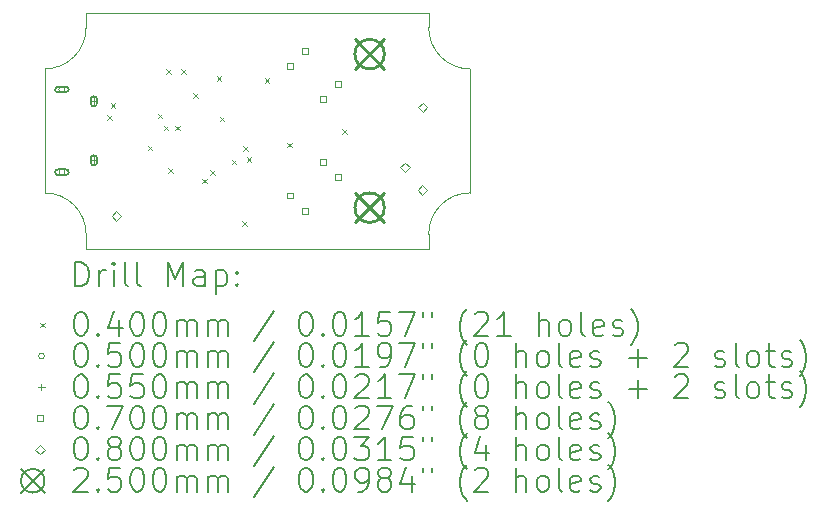
<source format=gbr>
%TF.GenerationSoftware,KiCad,Pcbnew,7.0.5-7.0.5~ubuntu22.04.1*%
%TF.CreationDate,2023-07-07T16:25:27+02:00*%
%TF.ProjectId,combined,636f6d62-696e-4656-942e-6b696361645f,rev?*%
%TF.SameCoordinates,Original*%
%TF.FileFunction,Drillmap*%
%TF.FilePolarity,Positive*%
%FSLAX45Y45*%
G04 Gerber Fmt 4.5, Leading zero omitted, Abs format (unit mm)*
G04 Created by KiCad (PCBNEW 7.0.5-7.0.5~ubuntu22.04.1) date 2023-07-07 16:25:27*
%MOMM*%
%LPD*%
G01*
G04 APERTURE LIST*
%ADD10C,0.050000*%
%ADD11C,0.200000*%
%ADD12C,0.040000*%
%ADD13C,0.055000*%
%ADD14C,0.070000*%
%ADD15C,0.080000*%
%ADD16C,0.250000*%
G04 APERTURE END LIST*
D10*
X11000000Y-2375000D02*
X11000000Y-2495000D01*
X8100000Y-4375000D02*
X8100000Y-4250000D01*
X11350000Y-3900000D02*
X11350000Y-2850000D01*
X11000000Y-4250000D02*
X11000000Y-4375000D01*
X11350000Y-3900000D02*
G75*
G03*
X11000000Y-4250000I0J-350000D01*
G01*
X7750000Y-2850000D02*
G75*
G03*
X8099964Y-2495001I0J350000D01*
G01*
X8100000Y-2375000D02*
X11000000Y-2375000D01*
X8100000Y-4250000D02*
G75*
G03*
X7750000Y-3900000I-350000J0D01*
G01*
X10999996Y-2494964D02*
G75*
G03*
X11350000Y-2850000I350004J-4996D01*
G01*
X8099964Y-2495001D02*
X8100000Y-2375000D01*
X7750000Y-2850000D02*
X7750000Y-3900000D01*
X11000000Y-4375000D02*
X8100000Y-4375000D01*
D11*
D12*
X8278490Y-3244816D02*
X8318490Y-3284816D01*
X8318490Y-3244816D02*
X8278490Y-3284816D01*
X8306338Y-3140345D02*
X8346338Y-3180345D01*
X8346338Y-3140345D02*
X8306338Y-3180345D01*
X8621080Y-3500440D02*
X8661080Y-3540440D01*
X8661080Y-3500440D02*
X8621080Y-3540440D01*
X8705000Y-3230000D02*
X8745000Y-3270000D01*
X8745000Y-3230000D02*
X8705000Y-3270000D01*
X8755000Y-3330000D02*
X8795000Y-3370000D01*
X8795000Y-3330000D02*
X8755000Y-3370000D01*
X8780000Y-2855000D02*
X8820000Y-2895000D01*
X8820000Y-2855000D02*
X8780000Y-2895000D01*
X8793800Y-3688400D02*
X8833800Y-3728400D01*
X8833800Y-3688400D02*
X8793800Y-3728400D01*
X8855003Y-3330000D02*
X8895003Y-3370000D01*
X8895003Y-3330000D02*
X8855003Y-3370000D01*
X8905000Y-2855000D02*
X8945000Y-2895000D01*
X8945000Y-2855000D02*
X8905000Y-2895000D01*
X9005002Y-3055000D02*
X9045002Y-3095000D01*
X9045002Y-3055000D02*
X9005002Y-3095000D01*
X9080000Y-3780003D02*
X9120000Y-3820003D01*
X9120000Y-3780003D02*
X9080000Y-3820003D01*
X9152500Y-3707500D02*
X9192500Y-3747500D01*
X9192500Y-3707500D02*
X9152500Y-3747500D01*
X9205000Y-2912500D02*
X9245000Y-2952500D01*
X9245000Y-2912500D02*
X9205000Y-2952500D01*
X9230000Y-3255000D02*
X9270000Y-3295000D01*
X9270000Y-3255000D02*
X9230000Y-3295000D01*
X9331489Y-3617985D02*
X9371489Y-3657985D01*
X9371489Y-3617985D02*
X9331489Y-3657985D01*
X9423720Y-4138760D02*
X9463720Y-4178760D01*
X9463720Y-4138760D02*
X9423720Y-4178760D01*
X9429674Y-3503911D02*
X9469674Y-3543911D01*
X9469674Y-3503911D02*
X9429674Y-3543911D01*
X9458372Y-3599706D02*
X9498372Y-3639706D01*
X9498372Y-3599706D02*
X9458372Y-3639706D01*
X9611680Y-2926400D02*
X9651680Y-2966400D01*
X9651680Y-2926400D02*
X9611680Y-2966400D01*
X9804719Y-3475040D02*
X9844719Y-3515040D01*
X9844719Y-3475040D02*
X9804719Y-3515040D01*
X10267000Y-3358200D02*
X10307000Y-3398200D01*
X10307000Y-3358200D02*
X10267000Y-3398200D01*
D10*
X7920000Y-3025000D02*
G75*
G03*
X7920000Y-3025000I-25000J0D01*
G01*
D11*
X7927500Y-3000000D02*
X7862500Y-3000000D01*
X7862500Y-3000000D02*
G75*
G03*
X7862500Y-3050000I0J-25000D01*
G01*
X7862500Y-3050000D02*
X7927500Y-3050000D01*
X7927500Y-3050000D02*
G75*
G03*
X7927500Y-3000000I0J25000D01*
G01*
D10*
X7920000Y-3725000D02*
G75*
G03*
X7920000Y-3725000I-25000J0D01*
G01*
D11*
X7927500Y-3700000D02*
X7862500Y-3700000D01*
X7862500Y-3700000D02*
G75*
G03*
X7862500Y-3750000I0J-25000D01*
G01*
X7862500Y-3750000D02*
X7927500Y-3750000D01*
X7927500Y-3750000D02*
G75*
G03*
X7927500Y-3700000I0J25000D01*
G01*
D13*
X8165000Y-3097500D02*
X8165000Y-3152500D01*
X8137500Y-3125000D02*
X8192500Y-3125000D01*
D11*
X8137500Y-3110000D02*
X8137500Y-3140000D01*
X8137500Y-3140000D02*
G75*
G03*
X8192500Y-3140000I27500J0D01*
G01*
X8192500Y-3140000D02*
X8192500Y-3110000D01*
X8192500Y-3110000D02*
G75*
G03*
X8137500Y-3110000I-27500J0D01*
G01*
D13*
X8165000Y-3597500D02*
X8165000Y-3652500D01*
X8137500Y-3625000D02*
X8192500Y-3625000D01*
D11*
X8137500Y-3610000D02*
X8137500Y-3640000D01*
X8137500Y-3640000D02*
G75*
G03*
X8192500Y-3640000I27500J0D01*
G01*
X8192500Y-3640000D02*
X8192500Y-3610000D01*
X8192500Y-3610000D02*
G75*
G03*
X8137500Y-3610000I-27500J0D01*
G01*
D14*
X9847470Y-3947470D02*
X9847470Y-3897972D01*
X9797972Y-3897972D01*
X9797972Y-3947470D01*
X9847470Y-3947470D01*
X9849749Y-2849749D02*
X9849749Y-2800251D01*
X9800251Y-2800251D01*
X9800251Y-2849749D01*
X9849749Y-2849749D01*
X9974749Y-4074749D02*
X9974749Y-4025251D01*
X9925251Y-4025251D01*
X9925251Y-4074749D01*
X9974749Y-4074749D01*
X9977028Y-2722470D02*
X9977028Y-2672972D01*
X9927530Y-2672972D01*
X9927530Y-2722470D01*
X9977028Y-2722470D01*
X10130313Y-3664627D02*
X10130313Y-3615129D01*
X10080815Y-3615129D01*
X10080815Y-3664627D01*
X10130313Y-3664627D01*
X10132592Y-3132592D02*
X10132592Y-3083094D01*
X10083094Y-3083094D01*
X10083094Y-3132592D01*
X10132592Y-3132592D01*
X10257592Y-3791906D02*
X10257592Y-3742408D01*
X10208094Y-3742408D01*
X10208094Y-3791906D01*
X10257592Y-3791906D01*
X10259871Y-3005312D02*
X10259871Y-2955814D01*
X10210373Y-2955814D01*
X10210373Y-3005312D01*
X10259871Y-3005312D01*
D15*
X8355977Y-4136514D02*
X8395977Y-4096514D01*
X8355977Y-4056514D01*
X8315977Y-4096514D01*
X8355977Y-4136514D01*
X10800080Y-3723000D02*
X10840080Y-3683000D01*
X10800080Y-3643000D01*
X10760080Y-3683000D01*
X10800080Y-3723000D01*
X10947400Y-3916040D02*
X10987400Y-3876040D01*
X10947400Y-3836040D01*
X10907400Y-3876040D01*
X10947400Y-3916040D01*
X10950000Y-3215000D02*
X10990000Y-3175000D01*
X10950000Y-3135000D01*
X10910000Y-3175000D01*
X10950000Y-3215000D01*
D16*
X10375000Y-2600000D02*
X10625000Y-2850000D01*
X10625000Y-2600000D02*
X10375000Y-2850000D01*
X10625000Y-2725000D02*
G75*
G03*
X10625000Y-2725000I-125000J0D01*
G01*
X10375000Y-3900000D02*
X10625000Y-4150000D01*
X10625000Y-3900000D02*
X10375000Y-4150000D01*
X10625000Y-4025000D02*
G75*
G03*
X10625000Y-4025000I-125000J0D01*
G01*
D11*
X8008277Y-4688984D02*
X8008277Y-4488984D01*
X8008277Y-4488984D02*
X8055896Y-4488984D01*
X8055896Y-4488984D02*
X8084467Y-4498508D01*
X8084467Y-4498508D02*
X8103515Y-4517555D01*
X8103515Y-4517555D02*
X8113039Y-4536603D01*
X8113039Y-4536603D02*
X8122562Y-4574698D01*
X8122562Y-4574698D02*
X8122562Y-4603270D01*
X8122562Y-4603270D02*
X8113039Y-4641365D01*
X8113039Y-4641365D02*
X8103515Y-4660412D01*
X8103515Y-4660412D02*
X8084467Y-4679460D01*
X8084467Y-4679460D02*
X8055896Y-4688984D01*
X8055896Y-4688984D02*
X8008277Y-4688984D01*
X8208277Y-4688984D02*
X8208277Y-4555650D01*
X8208277Y-4593746D02*
X8217801Y-4574698D01*
X8217801Y-4574698D02*
X8227324Y-4565174D01*
X8227324Y-4565174D02*
X8246372Y-4555650D01*
X8246372Y-4555650D02*
X8265420Y-4555650D01*
X8332086Y-4688984D02*
X8332086Y-4555650D01*
X8332086Y-4488984D02*
X8322562Y-4498508D01*
X8322562Y-4498508D02*
X8332086Y-4508031D01*
X8332086Y-4508031D02*
X8341610Y-4498508D01*
X8341610Y-4498508D02*
X8332086Y-4488984D01*
X8332086Y-4488984D02*
X8332086Y-4508031D01*
X8455896Y-4688984D02*
X8436848Y-4679460D01*
X8436848Y-4679460D02*
X8427324Y-4660412D01*
X8427324Y-4660412D02*
X8427324Y-4488984D01*
X8560658Y-4688984D02*
X8541610Y-4679460D01*
X8541610Y-4679460D02*
X8532086Y-4660412D01*
X8532086Y-4660412D02*
X8532086Y-4488984D01*
X8789229Y-4688984D02*
X8789229Y-4488984D01*
X8789229Y-4488984D02*
X8855896Y-4631841D01*
X8855896Y-4631841D02*
X8922563Y-4488984D01*
X8922563Y-4488984D02*
X8922563Y-4688984D01*
X9103515Y-4688984D02*
X9103515Y-4584222D01*
X9103515Y-4584222D02*
X9093991Y-4565174D01*
X9093991Y-4565174D02*
X9074944Y-4555650D01*
X9074944Y-4555650D02*
X9036848Y-4555650D01*
X9036848Y-4555650D02*
X9017801Y-4565174D01*
X9103515Y-4679460D02*
X9084467Y-4688984D01*
X9084467Y-4688984D02*
X9036848Y-4688984D01*
X9036848Y-4688984D02*
X9017801Y-4679460D01*
X9017801Y-4679460D02*
X9008277Y-4660412D01*
X9008277Y-4660412D02*
X9008277Y-4641365D01*
X9008277Y-4641365D02*
X9017801Y-4622317D01*
X9017801Y-4622317D02*
X9036848Y-4612793D01*
X9036848Y-4612793D02*
X9084467Y-4612793D01*
X9084467Y-4612793D02*
X9103515Y-4603270D01*
X9198753Y-4555650D02*
X9198753Y-4755650D01*
X9198753Y-4565174D02*
X9217801Y-4555650D01*
X9217801Y-4555650D02*
X9255896Y-4555650D01*
X9255896Y-4555650D02*
X9274944Y-4565174D01*
X9274944Y-4565174D02*
X9284467Y-4574698D01*
X9284467Y-4574698D02*
X9293991Y-4593746D01*
X9293991Y-4593746D02*
X9293991Y-4650889D01*
X9293991Y-4650889D02*
X9284467Y-4669936D01*
X9284467Y-4669936D02*
X9274944Y-4679460D01*
X9274944Y-4679460D02*
X9255896Y-4688984D01*
X9255896Y-4688984D02*
X9217801Y-4688984D01*
X9217801Y-4688984D02*
X9198753Y-4679460D01*
X9379705Y-4669936D02*
X9389229Y-4679460D01*
X9389229Y-4679460D02*
X9379705Y-4688984D01*
X9379705Y-4688984D02*
X9370182Y-4679460D01*
X9370182Y-4679460D02*
X9379705Y-4669936D01*
X9379705Y-4669936D02*
X9379705Y-4688984D01*
X9379705Y-4565174D02*
X9389229Y-4574698D01*
X9389229Y-4574698D02*
X9379705Y-4584222D01*
X9379705Y-4584222D02*
X9370182Y-4574698D01*
X9370182Y-4574698D02*
X9379705Y-4565174D01*
X9379705Y-4565174D02*
X9379705Y-4584222D01*
D12*
X7707500Y-4997500D02*
X7747500Y-5037500D01*
X7747500Y-4997500D02*
X7707500Y-5037500D01*
D11*
X8046372Y-4908984D02*
X8065420Y-4908984D01*
X8065420Y-4908984D02*
X8084467Y-4918508D01*
X8084467Y-4918508D02*
X8093991Y-4928031D01*
X8093991Y-4928031D02*
X8103515Y-4947079D01*
X8103515Y-4947079D02*
X8113039Y-4985174D01*
X8113039Y-4985174D02*
X8113039Y-5032793D01*
X8113039Y-5032793D02*
X8103515Y-5070889D01*
X8103515Y-5070889D02*
X8093991Y-5089936D01*
X8093991Y-5089936D02*
X8084467Y-5099460D01*
X8084467Y-5099460D02*
X8065420Y-5108984D01*
X8065420Y-5108984D02*
X8046372Y-5108984D01*
X8046372Y-5108984D02*
X8027324Y-5099460D01*
X8027324Y-5099460D02*
X8017801Y-5089936D01*
X8017801Y-5089936D02*
X8008277Y-5070889D01*
X8008277Y-5070889D02*
X7998753Y-5032793D01*
X7998753Y-5032793D02*
X7998753Y-4985174D01*
X7998753Y-4985174D02*
X8008277Y-4947079D01*
X8008277Y-4947079D02*
X8017801Y-4928031D01*
X8017801Y-4928031D02*
X8027324Y-4918508D01*
X8027324Y-4918508D02*
X8046372Y-4908984D01*
X8198753Y-5089936D02*
X8208277Y-5099460D01*
X8208277Y-5099460D02*
X8198753Y-5108984D01*
X8198753Y-5108984D02*
X8189229Y-5099460D01*
X8189229Y-5099460D02*
X8198753Y-5089936D01*
X8198753Y-5089936D02*
X8198753Y-5108984D01*
X8379705Y-4975650D02*
X8379705Y-5108984D01*
X8332086Y-4899460D02*
X8284467Y-5042317D01*
X8284467Y-5042317D02*
X8408277Y-5042317D01*
X8522563Y-4908984D02*
X8541610Y-4908984D01*
X8541610Y-4908984D02*
X8560658Y-4918508D01*
X8560658Y-4918508D02*
X8570182Y-4928031D01*
X8570182Y-4928031D02*
X8579705Y-4947079D01*
X8579705Y-4947079D02*
X8589229Y-4985174D01*
X8589229Y-4985174D02*
X8589229Y-5032793D01*
X8589229Y-5032793D02*
X8579705Y-5070889D01*
X8579705Y-5070889D02*
X8570182Y-5089936D01*
X8570182Y-5089936D02*
X8560658Y-5099460D01*
X8560658Y-5099460D02*
X8541610Y-5108984D01*
X8541610Y-5108984D02*
X8522563Y-5108984D01*
X8522563Y-5108984D02*
X8503515Y-5099460D01*
X8503515Y-5099460D02*
X8493991Y-5089936D01*
X8493991Y-5089936D02*
X8484467Y-5070889D01*
X8484467Y-5070889D02*
X8474944Y-5032793D01*
X8474944Y-5032793D02*
X8474944Y-4985174D01*
X8474944Y-4985174D02*
X8484467Y-4947079D01*
X8484467Y-4947079D02*
X8493991Y-4928031D01*
X8493991Y-4928031D02*
X8503515Y-4918508D01*
X8503515Y-4918508D02*
X8522563Y-4908984D01*
X8713039Y-4908984D02*
X8732086Y-4908984D01*
X8732086Y-4908984D02*
X8751134Y-4918508D01*
X8751134Y-4918508D02*
X8760658Y-4928031D01*
X8760658Y-4928031D02*
X8770182Y-4947079D01*
X8770182Y-4947079D02*
X8779705Y-4985174D01*
X8779705Y-4985174D02*
X8779705Y-5032793D01*
X8779705Y-5032793D02*
X8770182Y-5070889D01*
X8770182Y-5070889D02*
X8760658Y-5089936D01*
X8760658Y-5089936D02*
X8751134Y-5099460D01*
X8751134Y-5099460D02*
X8732086Y-5108984D01*
X8732086Y-5108984D02*
X8713039Y-5108984D01*
X8713039Y-5108984D02*
X8693991Y-5099460D01*
X8693991Y-5099460D02*
X8684467Y-5089936D01*
X8684467Y-5089936D02*
X8674944Y-5070889D01*
X8674944Y-5070889D02*
X8665420Y-5032793D01*
X8665420Y-5032793D02*
X8665420Y-4985174D01*
X8665420Y-4985174D02*
X8674944Y-4947079D01*
X8674944Y-4947079D02*
X8684467Y-4928031D01*
X8684467Y-4928031D02*
X8693991Y-4918508D01*
X8693991Y-4918508D02*
X8713039Y-4908984D01*
X8865420Y-5108984D02*
X8865420Y-4975650D01*
X8865420Y-4994698D02*
X8874944Y-4985174D01*
X8874944Y-4985174D02*
X8893991Y-4975650D01*
X8893991Y-4975650D02*
X8922563Y-4975650D01*
X8922563Y-4975650D02*
X8941610Y-4985174D01*
X8941610Y-4985174D02*
X8951134Y-5004222D01*
X8951134Y-5004222D02*
X8951134Y-5108984D01*
X8951134Y-5004222D02*
X8960658Y-4985174D01*
X8960658Y-4985174D02*
X8979705Y-4975650D01*
X8979705Y-4975650D02*
X9008277Y-4975650D01*
X9008277Y-4975650D02*
X9027325Y-4985174D01*
X9027325Y-4985174D02*
X9036848Y-5004222D01*
X9036848Y-5004222D02*
X9036848Y-5108984D01*
X9132086Y-5108984D02*
X9132086Y-4975650D01*
X9132086Y-4994698D02*
X9141610Y-4985174D01*
X9141610Y-4985174D02*
X9160658Y-4975650D01*
X9160658Y-4975650D02*
X9189229Y-4975650D01*
X9189229Y-4975650D02*
X9208277Y-4985174D01*
X9208277Y-4985174D02*
X9217801Y-5004222D01*
X9217801Y-5004222D02*
X9217801Y-5108984D01*
X9217801Y-5004222D02*
X9227325Y-4985174D01*
X9227325Y-4985174D02*
X9246372Y-4975650D01*
X9246372Y-4975650D02*
X9274944Y-4975650D01*
X9274944Y-4975650D02*
X9293991Y-4985174D01*
X9293991Y-4985174D02*
X9303515Y-5004222D01*
X9303515Y-5004222D02*
X9303515Y-5108984D01*
X9693991Y-4899460D02*
X9522563Y-5156603D01*
X9951134Y-4908984D02*
X9970182Y-4908984D01*
X9970182Y-4908984D02*
X9989229Y-4918508D01*
X9989229Y-4918508D02*
X9998753Y-4928031D01*
X9998753Y-4928031D02*
X10008277Y-4947079D01*
X10008277Y-4947079D02*
X10017801Y-4985174D01*
X10017801Y-4985174D02*
X10017801Y-5032793D01*
X10017801Y-5032793D02*
X10008277Y-5070889D01*
X10008277Y-5070889D02*
X9998753Y-5089936D01*
X9998753Y-5089936D02*
X9989229Y-5099460D01*
X9989229Y-5099460D02*
X9970182Y-5108984D01*
X9970182Y-5108984D02*
X9951134Y-5108984D01*
X9951134Y-5108984D02*
X9932087Y-5099460D01*
X9932087Y-5099460D02*
X9922563Y-5089936D01*
X9922563Y-5089936D02*
X9913039Y-5070889D01*
X9913039Y-5070889D02*
X9903515Y-5032793D01*
X9903515Y-5032793D02*
X9903515Y-4985174D01*
X9903515Y-4985174D02*
X9913039Y-4947079D01*
X9913039Y-4947079D02*
X9922563Y-4928031D01*
X9922563Y-4928031D02*
X9932087Y-4918508D01*
X9932087Y-4918508D02*
X9951134Y-4908984D01*
X10103515Y-5089936D02*
X10113039Y-5099460D01*
X10113039Y-5099460D02*
X10103515Y-5108984D01*
X10103515Y-5108984D02*
X10093991Y-5099460D01*
X10093991Y-5099460D02*
X10103515Y-5089936D01*
X10103515Y-5089936D02*
X10103515Y-5108984D01*
X10236848Y-4908984D02*
X10255896Y-4908984D01*
X10255896Y-4908984D02*
X10274944Y-4918508D01*
X10274944Y-4918508D02*
X10284468Y-4928031D01*
X10284468Y-4928031D02*
X10293991Y-4947079D01*
X10293991Y-4947079D02*
X10303515Y-4985174D01*
X10303515Y-4985174D02*
X10303515Y-5032793D01*
X10303515Y-5032793D02*
X10293991Y-5070889D01*
X10293991Y-5070889D02*
X10284468Y-5089936D01*
X10284468Y-5089936D02*
X10274944Y-5099460D01*
X10274944Y-5099460D02*
X10255896Y-5108984D01*
X10255896Y-5108984D02*
X10236848Y-5108984D01*
X10236848Y-5108984D02*
X10217801Y-5099460D01*
X10217801Y-5099460D02*
X10208277Y-5089936D01*
X10208277Y-5089936D02*
X10198753Y-5070889D01*
X10198753Y-5070889D02*
X10189229Y-5032793D01*
X10189229Y-5032793D02*
X10189229Y-4985174D01*
X10189229Y-4985174D02*
X10198753Y-4947079D01*
X10198753Y-4947079D02*
X10208277Y-4928031D01*
X10208277Y-4928031D02*
X10217801Y-4918508D01*
X10217801Y-4918508D02*
X10236848Y-4908984D01*
X10493991Y-5108984D02*
X10379706Y-5108984D01*
X10436848Y-5108984D02*
X10436848Y-4908984D01*
X10436848Y-4908984D02*
X10417801Y-4937555D01*
X10417801Y-4937555D02*
X10398753Y-4956603D01*
X10398753Y-4956603D02*
X10379706Y-4966127D01*
X10674944Y-4908984D02*
X10579706Y-4908984D01*
X10579706Y-4908984D02*
X10570182Y-5004222D01*
X10570182Y-5004222D02*
X10579706Y-4994698D01*
X10579706Y-4994698D02*
X10598753Y-4985174D01*
X10598753Y-4985174D02*
X10646372Y-4985174D01*
X10646372Y-4985174D02*
X10665420Y-4994698D01*
X10665420Y-4994698D02*
X10674944Y-5004222D01*
X10674944Y-5004222D02*
X10684468Y-5023270D01*
X10684468Y-5023270D02*
X10684468Y-5070889D01*
X10684468Y-5070889D02*
X10674944Y-5089936D01*
X10674944Y-5089936D02*
X10665420Y-5099460D01*
X10665420Y-5099460D02*
X10646372Y-5108984D01*
X10646372Y-5108984D02*
X10598753Y-5108984D01*
X10598753Y-5108984D02*
X10579706Y-5099460D01*
X10579706Y-5099460D02*
X10570182Y-5089936D01*
X10751134Y-4908984D02*
X10884468Y-4908984D01*
X10884468Y-4908984D02*
X10798753Y-5108984D01*
X10951134Y-4908984D02*
X10951134Y-4947079D01*
X11027325Y-4908984D02*
X11027325Y-4947079D01*
X11322563Y-5185174D02*
X11313039Y-5175650D01*
X11313039Y-5175650D02*
X11293991Y-5147079D01*
X11293991Y-5147079D02*
X11284468Y-5128031D01*
X11284468Y-5128031D02*
X11274944Y-5099460D01*
X11274944Y-5099460D02*
X11265420Y-5051841D01*
X11265420Y-5051841D02*
X11265420Y-5013746D01*
X11265420Y-5013746D02*
X11274944Y-4966127D01*
X11274944Y-4966127D02*
X11284468Y-4937555D01*
X11284468Y-4937555D02*
X11293991Y-4918508D01*
X11293991Y-4918508D02*
X11313039Y-4889936D01*
X11313039Y-4889936D02*
X11322563Y-4880412D01*
X11389229Y-4928031D02*
X11398753Y-4918508D01*
X11398753Y-4918508D02*
X11417801Y-4908984D01*
X11417801Y-4908984D02*
X11465420Y-4908984D01*
X11465420Y-4908984D02*
X11484468Y-4918508D01*
X11484468Y-4918508D02*
X11493991Y-4928031D01*
X11493991Y-4928031D02*
X11503515Y-4947079D01*
X11503515Y-4947079D02*
X11503515Y-4966127D01*
X11503515Y-4966127D02*
X11493991Y-4994698D01*
X11493991Y-4994698D02*
X11379706Y-5108984D01*
X11379706Y-5108984D02*
X11503515Y-5108984D01*
X11693991Y-5108984D02*
X11579706Y-5108984D01*
X11636848Y-5108984D02*
X11636848Y-4908984D01*
X11636848Y-4908984D02*
X11617801Y-4937555D01*
X11617801Y-4937555D02*
X11598753Y-4956603D01*
X11598753Y-4956603D02*
X11579706Y-4966127D01*
X11932087Y-5108984D02*
X11932087Y-4908984D01*
X12017801Y-5108984D02*
X12017801Y-5004222D01*
X12017801Y-5004222D02*
X12008277Y-4985174D01*
X12008277Y-4985174D02*
X11989230Y-4975650D01*
X11989230Y-4975650D02*
X11960658Y-4975650D01*
X11960658Y-4975650D02*
X11941610Y-4985174D01*
X11941610Y-4985174D02*
X11932087Y-4994698D01*
X12141610Y-5108984D02*
X12122563Y-5099460D01*
X12122563Y-5099460D02*
X12113039Y-5089936D01*
X12113039Y-5089936D02*
X12103515Y-5070889D01*
X12103515Y-5070889D02*
X12103515Y-5013746D01*
X12103515Y-5013746D02*
X12113039Y-4994698D01*
X12113039Y-4994698D02*
X12122563Y-4985174D01*
X12122563Y-4985174D02*
X12141610Y-4975650D01*
X12141610Y-4975650D02*
X12170182Y-4975650D01*
X12170182Y-4975650D02*
X12189230Y-4985174D01*
X12189230Y-4985174D02*
X12198753Y-4994698D01*
X12198753Y-4994698D02*
X12208277Y-5013746D01*
X12208277Y-5013746D02*
X12208277Y-5070889D01*
X12208277Y-5070889D02*
X12198753Y-5089936D01*
X12198753Y-5089936D02*
X12189230Y-5099460D01*
X12189230Y-5099460D02*
X12170182Y-5108984D01*
X12170182Y-5108984D02*
X12141610Y-5108984D01*
X12322563Y-5108984D02*
X12303515Y-5099460D01*
X12303515Y-5099460D02*
X12293991Y-5080412D01*
X12293991Y-5080412D02*
X12293991Y-4908984D01*
X12474944Y-5099460D02*
X12455896Y-5108984D01*
X12455896Y-5108984D02*
X12417801Y-5108984D01*
X12417801Y-5108984D02*
X12398753Y-5099460D01*
X12398753Y-5099460D02*
X12389230Y-5080412D01*
X12389230Y-5080412D02*
X12389230Y-5004222D01*
X12389230Y-5004222D02*
X12398753Y-4985174D01*
X12398753Y-4985174D02*
X12417801Y-4975650D01*
X12417801Y-4975650D02*
X12455896Y-4975650D01*
X12455896Y-4975650D02*
X12474944Y-4985174D01*
X12474944Y-4985174D02*
X12484468Y-5004222D01*
X12484468Y-5004222D02*
X12484468Y-5023270D01*
X12484468Y-5023270D02*
X12389230Y-5042317D01*
X12560658Y-5099460D02*
X12579706Y-5108984D01*
X12579706Y-5108984D02*
X12617801Y-5108984D01*
X12617801Y-5108984D02*
X12636849Y-5099460D01*
X12636849Y-5099460D02*
X12646372Y-5080412D01*
X12646372Y-5080412D02*
X12646372Y-5070889D01*
X12646372Y-5070889D02*
X12636849Y-5051841D01*
X12636849Y-5051841D02*
X12617801Y-5042317D01*
X12617801Y-5042317D02*
X12589230Y-5042317D01*
X12589230Y-5042317D02*
X12570182Y-5032793D01*
X12570182Y-5032793D02*
X12560658Y-5013746D01*
X12560658Y-5013746D02*
X12560658Y-5004222D01*
X12560658Y-5004222D02*
X12570182Y-4985174D01*
X12570182Y-4985174D02*
X12589230Y-4975650D01*
X12589230Y-4975650D02*
X12617801Y-4975650D01*
X12617801Y-4975650D02*
X12636849Y-4985174D01*
X12713039Y-5185174D02*
X12722563Y-5175650D01*
X12722563Y-5175650D02*
X12741611Y-5147079D01*
X12741611Y-5147079D02*
X12751134Y-5128031D01*
X12751134Y-5128031D02*
X12760658Y-5099460D01*
X12760658Y-5099460D02*
X12770182Y-5051841D01*
X12770182Y-5051841D02*
X12770182Y-5013746D01*
X12770182Y-5013746D02*
X12760658Y-4966127D01*
X12760658Y-4966127D02*
X12751134Y-4937555D01*
X12751134Y-4937555D02*
X12741611Y-4918508D01*
X12741611Y-4918508D02*
X12722563Y-4889936D01*
X12722563Y-4889936D02*
X12713039Y-4880412D01*
D10*
X7747500Y-5281500D02*
G75*
G03*
X7747500Y-5281500I-25000J0D01*
G01*
D11*
X8046372Y-5172984D02*
X8065420Y-5172984D01*
X8065420Y-5172984D02*
X8084467Y-5182508D01*
X8084467Y-5182508D02*
X8093991Y-5192031D01*
X8093991Y-5192031D02*
X8103515Y-5211079D01*
X8103515Y-5211079D02*
X8113039Y-5249174D01*
X8113039Y-5249174D02*
X8113039Y-5296793D01*
X8113039Y-5296793D02*
X8103515Y-5334889D01*
X8103515Y-5334889D02*
X8093991Y-5353936D01*
X8093991Y-5353936D02*
X8084467Y-5363460D01*
X8084467Y-5363460D02*
X8065420Y-5372984D01*
X8065420Y-5372984D02*
X8046372Y-5372984D01*
X8046372Y-5372984D02*
X8027324Y-5363460D01*
X8027324Y-5363460D02*
X8017801Y-5353936D01*
X8017801Y-5353936D02*
X8008277Y-5334889D01*
X8008277Y-5334889D02*
X7998753Y-5296793D01*
X7998753Y-5296793D02*
X7998753Y-5249174D01*
X7998753Y-5249174D02*
X8008277Y-5211079D01*
X8008277Y-5211079D02*
X8017801Y-5192031D01*
X8017801Y-5192031D02*
X8027324Y-5182508D01*
X8027324Y-5182508D02*
X8046372Y-5172984D01*
X8198753Y-5353936D02*
X8208277Y-5363460D01*
X8208277Y-5363460D02*
X8198753Y-5372984D01*
X8198753Y-5372984D02*
X8189229Y-5363460D01*
X8189229Y-5363460D02*
X8198753Y-5353936D01*
X8198753Y-5353936D02*
X8198753Y-5372984D01*
X8389229Y-5172984D02*
X8293991Y-5172984D01*
X8293991Y-5172984D02*
X8284467Y-5268222D01*
X8284467Y-5268222D02*
X8293991Y-5258698D01*
X8293991Y-5258698D02*
X8313039Y-5249174D01*
X8313039Y-5249174D02*
X8360658Y-5249174D01*
X8360658Y-5249174D02*
X8379705Y-5258698D01*
X8379705Y-5258698D02*
X8389229Y-5268222D01*
X8389229Y-5268222D02*
X8398753Y-5287270D01*
X8398753Y-5287270D02*
X8398753Y-5334889D01*
X8398753Y-5334889D02*
X8389229Y-5353936D01*
X8389229Y-5353936D02*
X8379705Y-5363460D01*
X8379705Y-5363460D02*
X8360658Y-5372984D01*
X8360658Y-5372984D02*
X8313039Y-5372984D01*
X8313039Y-5372984D02*
X8293991Y-5363460D01*
X8293991Y-5363460D02*
X8284467Y-5353936D01*
X8522563Y-5172984D02*
X8541610Y-5172984D01*
X8541610Y-5172984D02*
X8560658Y-5182508D01*
X8560658Y-5182508D02*
X8570182Y-5192031D01*
X8570182Y-5192031D02*
X8579705Y-5211079D01*
X8579705Y-5211079D02*
X8589229Y-5249174D01*
X8589229Y-5249174D02*
X8589229Y-5296793D01*
X8589229Y-5296793D02*
X8579705Y-5334889D01*
X8579705Y-5334889D02*
X8570182Y-5353936D01*
X8570182Y-5353936D02*
X8560658Y-5363460D01*
X8560658Y-5363460D02*
X8541610Y-5372984D01*
X8541610Y-5372984D02*
X8522563Y-5372984D01*
X8522563Y-5372984D02*
X8503515Y-5363460D01*
X8503515Y-5363460D02*
X8493991Y-5353936D01*
X8493991Y-5353936D02*
X8484467Y-5334889D01*
X8484467Y-5334889D02*
X8474944Y-5296793D01*
X8474944Y-5296793D02*
X8474944Y-5249174D01*
X8474944Y-5249174D02*
X8484467Y-5211079D01*
X8484467Y-5211079D02*
X8493991Y-5192031D01*
X8493991Y-5192031D02*
X8503515Y-5182508D01*
X8503515Y-5182508D02*
X8522563Y-5172984D01*
X8713039Y-5172984D02*
X8732086Y-5172984D01*
X8732086Y-5172984D02*
X8751134Y-5182508D01*
X8751134Y-5182508D02*
X8760658Y-5192031D01*
X8760658Y-5192031D02*
X8770182Y-5211079D01*
X8770182Y-5211079D02*
X8779705Y-5249174D01*
X8779705Y-5249174D02*
X8779705Y-5296793D01*
X8779705Y-5296793D02*
X8770182Y-5334889D01*
X8770182Y-5334889D02*
X8760658Y-5353936D01*
X8760658Y-5353936D02*
X8751134Y-5363460D01*
X8751134Y-5363460D02*
X8732086Y-5372984D01*
X8732086Y-5372984D02*
X8713039Y-5372984D01*
X8713039Y-5372984D02*
X8693991Y-5363460D01*
X8693991Y-5363460D02*
X8684467Y-5353936D01*
X8684467Y-5353936D02*
X8674944Y-5334889D01*
X8674944Y-5334889D02*
X8665420Y-5296793D01*
X8665420Y-5296793D02*
X8665420Y-5249174D01*
X8665420Y-5249174D02*
X8674944Y-5211079D01*
X8674944Y-5211079D02*
X8684467Y-5192031D01*
X8684467Y-5192031D02*
X8693991Y-5182508D01*
X8693991Y-5182508D02*
X8713039Y-5172984D01*
X8865420Y-5372984D02*
X8865420Y-5239650D01*
X8865420Y-5258698D02*
X8874944Y-5249174D01*
X8874944Y-5249174D02*
X8893991Y-5239650D01*
X8893991Y-5239650D02*
X8922563Y-5239650D01*
X8922563Y-5239650D02*
X8941610Y-5249174D01*
X8941610Y-5249174D02*
X8951134Y-5268222D01*
X8951134Y-5268222D02*
X8951134Y-5372984D01*
X8951134Y-5268222D02*
X8960658Y-5249174D01*
X8960658Y-5249174D02*
X8979705Y-5239650D01*
X8979705Y-5239650D02*
X9008277Y-5239650D01*
X9008277Y-5239650D02*
X9027325Y-5249174D01*
X9027325Y-5249174D02*
X9036848Y-5268222D01*
X9036848Y-5268222D02*
X9036848Y-5372984D01*
X9132086Y-5372984D02*
X9132086Y-5239650D01*
X9132086Y-5258698D02*
X9141610Y-5249174D01*
X9141610Y-5249174D02*
X9160658Y-5239650D01*
X9160658Y-5239650D02*
X9189229Y-5239650D01*
X9189229Y-5239650D02*
X9208277Y-5249174D01*
X9208277Y-5249174D02*
X9217801Y-5268222D01*
X9217801Y-5268222D02*
X9217801Y-5372984D01*
X9217801Y-5268222D02*
X9227325Y-5249174D01*
X9227325Y-5249174D02*
X9246372Y-5239650D01*
X9246372Y-5239650D02*
X9274944Y-5239650D01*
X9274944Y-5239650D02*
X9293991Y-5249174D01*
X9293991Y-5249174D02*
X9303515Y-5268222D01*
X9303515Y-5268222D02*
X9303515Y-5372984D01*
X9693991Y-5163460D02*
X9522563Y-5420603D01*
X9951134Y-5172984D02*
X9970182Y-5172984D01*
X9970182Y-5172984D02*
X9989229Y-5182508D01*
X9989229Y-5182508D02*
X9998753Y-5192031D01*
X9998753Y-5192031D02*
X10008277Y-5211079D01*
X10008277Y-5211079D02*
X10017801Y-5249174D01*
X10017801Y-5249174D02*
X10017801Y-5296793D01*
X10017801Y-5296793D02*
X10008277Y-5334889D01*
X10008277Y-5334889D02*
X9998753Y-5353936D01*
X9998753Y-5353936D02*
X9989229Y-5363460D01*
X9989229Y-5363460D02*
X9970182Y-5372984D01*
X9970182Y-5372984D02*
X9951134Y-5372984D01*
X9951134Y-5372984D02*
X9932087Y-5363460D01*
X9932087Y-5363460D02*
X9922563Y-5353936D01*
X9922563Y-5353936D02*
X9913039Y-5334889D01*
X9913039Y-5334889D02*
X9903515Y-5296793D01*
X9903515Y-5296793D02*
X9903515Y-5249174D01*
X9903515Y-5249174D02*
X9913039Y-5211079D01*
X9913039Y-5211079D02*
X9922563Y-5192031D01*
X9922563Y-5192031D02*
X9932087Y-5182508D01*
X9932087Y-5182508D02*
X9951134Y-5172984D01*
X10103515Y-5353936D02*
X10113039Y-5363460D01*
X10113039Y-5363460D02*
X10103515Y-5372984D01*
X10103515Y-5372984D02*
X10093991Y-5363460D01*
X10093991Y-5363460D02*
X10103515Y-5353936D01*
X10103515Y-5353936D02*
X10103515Y-5372984D01*
X10236848Y-5172984D02*
X10255896Y-5172984D01*
X10255896Y-5172984D02*
X10274944Y-5182508D01*
X10274944Y-5182508D02*
X10284468Y-5192031D01*
X10284468Y-5192031D02*
X10293991Y-5211079D01*
X10293991Y-5211079D02*
X10303515Y-5249174D01*
X10303515Y-5249174D02*
X10303515Y-5296793D01*
X10303515Y-5296793D02*
X10293991Y-5334889D01*
X10293991Y-5334889D02*
X10284468Y-5353936D01*
X10284468Y-5353936D02*
X10274944Y-5363460D01*
X10274944Y-5363460D02*
X10255896Y-5372984D01*
X10255896Y-5372984D02*
X10236848Y-5372984D01*
X10236848Y-5372984D02*
X10217801Y-5363460D01*
X10217801Y-5363460D02*
X10208277Y-5353936D01*
X10208277Y-5353936D02*
X10198753Y-5334889D01*
X10198753Y-5334889D02*
X10189229Y-5296793D01*
X10189229Y-5296793D02*
X10189229Y-5249174D01*
X10189229Y-5249174D02*
X10198753Y-5211079D01*
X10198753Y-5211079D02*
X10208277Y-5192031D01*
X10208277Y-5192031D02*
X10217801Y-5182508D01*
X10217801Y-5182508D02*
X10236848Y-5172984D01*
X10493991Y-5372984D02*
X10379706Y-5372984D01*
X10436848Y-5372984D02*
X10436848Y-5172984D01*
X10436848Y-5172984D02*
X10417801Y-5201555D01*
X10417801Y-5201555D02*
X10398753Y-5220603D01*
X10398753Y-5220603D02*
X10379706Y-5230127D01*
X10589229Y-5372984D02*
X10627325Y-5372984D01*
X10627325Y-5372984D02*
X10646372Y-5363460D01*
X10646372Y-5363460D02*
X10655896Y-5353936D01*
X10655896Y-5353936D02*
X10674944Y-5325365D01*
X10674944Y-5325365D02*
X10684468Y-5287270D01*
X10684468Y-5287270D02*
X10684468Y-5211079D01*
X10684468Y-5211079D02*
X10674944Y-5192031D01*
X10674944Y-5192031D02*
X10665420Y-5182508D01*
X10665420Y-5182508D02*
X10646372Y-5172984D01*
X10646372Y-5172984D02*
X10608277Y-5172984D01*
X10608277Y-5172984D02*
X10589229Y-5182508D01*
X10589229Y-5182508D02*
X10579706Y-5192031D01*
X10579706Y-5192031D02*
X10570182Y-5211079D01*
X10570182Y-5211079D02*
X10570182Y-5258698D01*
X10570182Y-5258698D02*
X10579706Y-5277746D01*
X10579706Y-5277746D02*
X10589229Y-5287270D01*
X10589229Y-5287270D02*
X10608277Y-5296793D01*
X10608277Y-5296793D02*
X10646372Y-5296793D01*
X10646372Y-5296793D02*
X10665420Y-5287270D01*
X10665420Y-5287270D02*
X10674944Y-5277746D01*
X10674944Y-5277746D02*
X10684468Y-5258698D01*
X10751134Y-5172984D02*
X10884468Y-5172984D01*
X10884468Y-5172984D02*
X10798753Y-5372984D01*
X10951134Y-5172984D02*
X10951134Y-5211079D01*
X11027325Y-5172984D02*
X11027325Y-5211079D01*
X11322563Y-5449174D02*
X11313039Y-5439650D01*
X11313039Y-5439650D02*
X11293991Y-5411079D01*
X11293991Y-5411079D02*
X11284468Y-5392031D01*
X11284468Y-5392031D02*
X11274944Y-5363460D01*
X11274944Y-5363460D02*
X11265420Y-5315841D01*
X11265420Y-5315841D02*
X11265420Y-5277746D01*
X11265420Y-5277746D02*
X11274944Y-5230127D01*
X11274944Y-5230127D02*
X11284468Y-5201555D01*
X11284468Y-5201555D02*
X11293991Y-5182508D01*
X11293991Y-5182508D02*
X11313039Y-5153936D01*
X11313039Y-5153936D02*
X11322563Y-5144412D01*
X11436848Y-5172984D02*
X11455896Y-5172984D01*
X11455896Y-5172984D02*
X11474944Y-5182508D01*
X11474944Y-5182508D02*
X11484468Y-5192031D01*
X11484468Y-5192031D02*
X11493991Y-5211079D01*
X11493991Y-5211079D02*
X11503515Y-5249174D01*
X11503515Y-5249174D02*
X11503515Y-5296793D01*
X11503515Y-5296793D02*
X11493991Y-5334889D01*
X11493991Y-5334889D02*
X11484468Y-5353936D01*
X11484468Y-5353936D02*
X11474944Y-5363460D01*
X11474944Y-5363460D02*
X11455896Y-5372984D01*
X11455896Y-5372984D02*
X11436848Y-5372984D01*
X11436848Y-5372984D02*
X11417801Y-5363460D01*
X11417801Y-5363460D02*
X11408277Y-5353936D01*
X11408277Y-5353936D02*
X11398753Y-5334889D01*
X11398753Y-5334889D02*
X11389229Y-5296793D01*
X11389229Y-5296793D02*
X11389229Y-5249174D01*
X11389229Y-5249174D02*
X11398753Y-5211079D01*
X11398753Y-5211079D02*
X11408277Y-5192031D01*
X11408277Y-5192031D02*
X11417801Y-5182508D01*
X11417801Y-5182508D02*
X11436848Y-5172984D01*
X11741610Y-5372984D02*
X11741610Y-5172984D01*
X11827325Y-5372984D02*
X11827325Y-5268222D01*
X11827325Y-5268222D02*
X11817801Y-5249174D01*
X11817801Y-5249174D02*
X11798753Y-5239650D01*
X11798753Y-5239650D02*
X11770182Y-5239650D01*
X11770182Y-5239650D02*
X11751134Y-5249174D01*
X11751134Y-5249174D02*
X11741610Y-5258698D01*
X11951134Y-5372984D02*
X11932087Y-5363460D01*
X11932087Y-5363460D02*
X11922563Y-5353936D01*
X11922563Y-5353936D02*
X11913039Y-5334889D01*
X11913039Y-5334889D02*
X11913039Y-5277746D01*
X11913039Y-5277746D02*
X11922563Y-5258698D01*
X11922563Y-5258698D02*
X11932087Y-5249174D01*
X11932087Y-5249174D02*
X11951134Y-5239650D01*
X11951134Y-5239650D02*
X11979706Y-5239650D01*
X11979706Y-5239650D02*
X11998753Y-5249174D01*
X11998753Y-5249174D02*
X12008277Y-5258698D01*
X12008277Y-5258698D02*
X12017801Y-5277746D01*
X12017801Y-5277746D02*
X12017801Y-5334889D01*
X12017801Y-5334889D02*
X12008277Y-5353936D01*
X12008277Y-5353936D02*
X11998753Y-5363460D01*
X11998753Y-5363460D02*
X11979706Y-5372984D01*
X11979706Y-5372984D02*
X11951134Y-5372984D01*
X12132087Y-5372984D02*
X12113039Y-5363460D01*
X12113039Y-5363460D02*
X12103515Y-5344412D01*
X12103515Y-5344412D02*
X12103515Y-5172984D01*
X12284468Y-5363460D02*
X12265420Y-5372984D01*
X12265420Y-5372984D02*
X12227325Y-5372984D01*
X12227325Y-5372984D02*
X12208277Y-5363460D01*
X12208277Y-5363460D02*
X12198753Y-5344412D01*
X12198753Y-5344412D02*
X12198753Y-5268222D01*
X12198753Y-5268222D02*
X12208277Y-5249174D01*
X12208277Y-5249174D02*
X12227325Y-5239650D01*
X12227325Y-5239650D02*
X12265420Y-5239650D01*
X12265420Y-5239650D02*
X12284468Y-5249174D01*
X12284468Y-5249174D02*
X12293991Y-5268222D01*
X12293991Y-5268222D02*
X12293991Y-5287270D01*
X12293991Y-5287270D02*
X12198753Y-5306317D01*
X12370182Y-5363460D02*
X12389230Y-5372984D01*
X12389230Y-5372984D02*
X12427325Y-5372984D01*
X12427325Y-5372984D02*
X12446372Y-5363460D01*
X12446372Y-5363460D02*
X12455896Y-5344412D01*
X12455896Y-5344412D02*
X12455896Y-5334889D01*
X12455896Y-5334889D02*
X12446372Y-5315841D01*
X12446372Y-5315841D02*
X12427325Y-5306317D01*
X12427325Y-5306317D02*
X12398753Y-5306317D01*
X12398753Y-5306317D02*
X12379706Y-5296793D01*
X12379706Y-5296793D02*
X12370182Y-5277746D01*
X12370182Y-5277746D02*
X12370182Y-5268222D01*
X12370182Y-5268222D02*
X12379706Y-5249174D01*
X12379706Y-5249174D02*
X12398753Y-5239650D01*
X12398753Y-5239650D02*
X12427325Y-5239650D01*
X12427325Y-5239650D02*
X12446372Y-5249174D01*
X12693992Y-5296793D02*
X12846373Y-5296793D01*
X12770182Y-5372984D02*
X12770182Y-5220603D01*
X13084468Y-5192031D02*
X13093992Y-5182508D01*
X13093992Y-5182508D02*
X13113039Y-5172984D01*
X13113039Y-5172984D02*
X13160658Y-5172984D01*
X13160658Y-5172984D02*
X13179706Y-5182508D01*
X13179706Y-5182508D02*
X13189230Y-5192031D01*
X13189230Y-5192031D02*
X13198753Y-5211079D01*
X13198753Y-5211079D02*
X13198753Y-5230127D01*
X13198753Y-5230127D02*
X13189230Y-5258698D01*
X13189230Y-5258698D02*
X13074944Y-5372984D01*
X13074944Y-5372984D02*
X13198753Y-5372984D01*
X13427325Y-5363460D02*
X13446373Y-5372984D01*
X13446373Y-5372984D02*
X13484468Y-5372984D01*
X13484468Y-5372984D02*
X13503515Y-5363460D01*
X13503515Y-5363460D02*
X13513039Y-5344412D01*
X13513039Y-5344412D02*
X13513039Y-5334889D01*
X13513039Y-5334889D02*
X13503515Y-5315841D01*
X13503515Y-5315841D02*
X13484468Y-5306317D01*
X13484468Y-5306317D02*
X13455896Y-5306317D01*
X13455896Y-5306317D02*
X13436849Y-5296793D01*
X13436849Y-5296793D02*
X13427325Y-5277746D01*
X13427325Y-5277746D02*
X13427325Y-5268222D01*
X13427325Y-5268222D02*
X13436849Y-5249174D01*
X13436849Y-5249174D02*
X13455896Y-5239650D01*
X13455896Y-5239650D02*
X13484468Y-5239650D01*
X13484468Y-5239650D02*
X13503515Y-5249174D01*
X13627325Y-5372984D02*
X13608277Y-5363460D01*
X13608277Y-5363460D02*
X13598754Y-5344412D01*
X13598754Y-5344412D02*
X13598754Y-5172984D01*
X13732087Y-5372984D02*
X13713039Y-5363460D01*
X13713039Y-5363460D02*
X13703515Y-5353936D01*
X13703515Y-5353936D02*
X13693992Y-5334889D01*
X13693992Y-5334889D02*
X13693992Y-5277746D01*
X13693992Y-5277746D02*
X13703515Y-5258698D01*
X13703515Y-5258698D02*
X13713039Y-5249174D01*
X13713039Y-5249174D02*
X13732087Y-5239650D01*
X13732087Y-5239650D02*
X13760658Y-5239650D01*
X13760658Y-5239650D02*
X13779706Y-5249174D01*
X13779706Y-5249174D02*
X13789230Y-5258698D01*
X13789230Y-5258698D02*
X13798754Y-5277746D01*
X13798754Y-5277746D02*
X13798754Y-5334889D01*
X13798754Y-5334889D02*
X13789230Y-5353936D01*
X13789230Y-5353936D02*
X13779706Y-5363460D01*
X13779706Y-5363460D02*
X13760658Y-5372984D01*
X13760658Y-5372984D02*
X13732087Y-5372984D01*
X13855896Y-5239650D02*
X13932087Y-5239650D01*
X13884468Y-5172984D02*
X13884468Y-5344412D01*
X13884468Y-5344412D02*
X13893992Y-5363460D01*
X13893992Y-5363460D02*
X13913039Y-5372984D01*
X13913039Y-5372984D02*
X13932087Y-5372984D01*
X13989230Y-5363460D02*
X14008277Y-5372984D01*
X14008277Y-5372984D02*
X14046373Y-5372984D01*
X14046373Y-5372984D02*
X14065420Y-5363460D01*
X14065420Y-5363460D02*
X14074944Y-5344412D01*
X14074944Y-5344412D02*
X14074944Y-5334889D01*
X14074944Y-5334889D02*
X14065420Y-5315841D01*
X14065420Y-5315841D02*
X14046373Y-5306317D01*
X14046373Y-5306317D02*
X14017801Y-5306317D01*
X14017801Y-5306317D02*
X13998754Y-5296793D01*
X13998754Y-5296793D02*
X13989230Y-5277746D01*
X13989230Y-5277746D02*
X13989230Y-5268222D01*
X13989230Y-5268222D02*
X13998754Y-5249174D01*
X13998754Y-5249174D02*
X14017801Y-5239650D01*
X14017801Y-5239650D02*
X14046373Y-5239650D01*
X14046373Y-5239650D02*
X14065420Y-5249174D01*
X14141611Y-5449174D02*
X14151135Y-5439650D01*
X14151135Y-5439650D02*
X14170182Y-5411079D01*
X14170182Y-5411079D02*
X14179706Y-5392031D01*
X14179706Y-5392031D02*
X14189230Y-5363460D01*
X14189230Y-5363460D02*
X14198754Y-5315841D01*
X14198754Y-5315841D02*
X14198754Y-5277746D01*
X14198754Y-5277746D02*
X14189230Y-5230127D01*
X14189230Y-5230127D02*
X14179706Y-5201555D01*
X14179706Y-5201555D02*
X14170182Y-5182508D01*
X14170182Y-5182508D02*
X14151135Y-5153936D01*
X14151135Y-5153936D02*
X14141611Y-5144412D01*
D13*
X7720000Y-5518000D02*
X7720000Y-5573000D01*
X7692500Y-5545500D02*
X7747500Y-5545500D01*
D11*
X8046372Y-5436984D02*
X8065420Y-5436984D01*
X8065420Y-5436984D02*
X8084467Y-5446508D01*
X8084467Y-5446508D02*
X8093991Y-5456031D01*
X8093991Y-5456031D02*
X8103515Y-5475079D01*
X8103515Y-5475079D02*
X8113039Y-5513174D01*
X8113039Y-5513174D02*
X8113039Y-5560793D01*
X8113039Y-5560793D02*
X8103515Y-5598888D01*
X8103515Y-5598888D02*
X8093991Y-5617936D01*
X8093991Y-5617936D02*
X8084467Y-5627460D01*
X8084467Y-5627460D02*
X8065420Y-5636984D01*
X8065420Y-5636984D02*
X8046372Y-5636984D01*
X8046372Y-5636984D02*
X8027324Y-5627460D01*
X8027324Y-5627460D02*
X8017801Y-5617936D01*
X8017801Y-5617936D02*
X8008277Y-5598888D01*
X8008277Y-5598888D02*
X7998753Y-5560793D01*
X7998753Y-5560793D02*
X7998753Y-5513174D01*
X7998753Y-5513174D02*
X8008277Y-5475079D01*
X8008277Y-5475079D02*
X8017801Y-5456031D01*
X8017801Y-5456031D02*
X8027324Y-5446508D01*
X8027324Y-5446508D02*
X8046372Y-5436984D01*
X8198753Y-5617936D02*
X8208277Y-5627460D01*
X8208277Y-5627460D02*
X8198753Y-5636984D01*
X8198753Y-5636984D02*
X8189229Y-5627460D01*
X8189229Y-5627460D02*
X8198753Y-5617936D01*
X8198753Y-5617936D02*
X8198753Y-5636984D01*
X8389229Y-5436984D02*
X8293991Y-5436984D01*
X8293991Y-5436984D02*
X8284467Y-5532222D01*
X8284467Y-5532222D02*
X8293991Y-5522698D01*
X8293991Y-5522698D02*
X8313039Y-5513174D01*
X8313039Y-5513174D02*
X8360658Y-5513174D01*
X8360658Y-5513174D02*
X8379705Y-5522698D01*
X8379705Y-5522698D02*
X8389229Y-5532222D01*
X8389229Y-5532222D02*
X8398753Y-5551270D01*
X8398753Y-5551270D02*
X8398753Y-5598888D01*
X8398753Y-5598888D02*
X8389229Y-5617936D01*
X8389229Y-5617936D02*
X8379705Y-5627460D01*
X8379705Y-5627460D02*
X8360658Y-5636984D01*
X8360658Y-5636984D02*
X8313039Y-5636984D01*
X8313039Y-5636984D02*
X8293991Y-5627460D01*
X8293991Y-5627460D02*
X8284467Y-5617936D01*
X8579705Y-5436984D02*
X8484467Y-5436984D01*
X8484467Y-5436984D02*
X8474944Y-5532222D01*
X8474944Y-5532222D02*
X8484467Y-5522698D01*
X8484467Y-5522698D02*
X8503515Y-5513174D01*
X8503515Y-5513174D02*
X8551134Y-5513174D01*
X8551134Y-5513174D02*
X8570182Y-5522698D01*
X8570182Y-5522698D02*
X8579705Y-5532222D01*
X8579705Y-5532222D02*
X8589229Y-5551270D01*
X8589229Y-5551270D02*
X8589229Y-5598888D01*
X8589229Y-5598888D02*
X8579705Y-5617936D01*
X8579705Y-5617936D02*
X8570182Y-5627460D01*
X8570182Y-5627460D02*
X8551134Y-5636984D01*
X8551134Y-5636984D02*
X8503515Y-5636984D01*
X8503515Y-5636984D02*
X8484467Y-5627460D01*
X8484467Y-5627460D02*
X8474944Y-5617936D01*
X8713039Y-5436984D02*
X8732086Y-5436984D01*
X8732086Y-5436984D02*
X8751134Y-5446508D01*
X8751134Y-5446508D02*
X8760658Y-5456031D01*
X8760658Y-5456031D02*
X8770182Y-5475079D01*
X8770182Y-5475079D02*
X8779705Y-5513174D01*
X8779705Y-5513174D02*
X8779705Y-5560793D01*
X8779705Y-5560793D02*
X8770182Y-5598888D01*
X8770182Y-5598888D02*
X8760658Y-5617936D01*
X8760658Y-5617936D02*
X8751134Y-5627460D01*
X8751134Y-5627460D02*
X8732086Y-5636984D01*
X8732086Y-5636984D02*
X8713039Y-5636984D01*
X8713039Y-5636984D02*
X8693991Y-5627460D01*
X8693991Y-5627460D02*
X8684467Y-5617936D01*
X8684467Y-5617936D02*
X8674944Y-5598888D01*
X8674944Y-5598888D02*
X8665420Y-5560793D01*
X8665420Y-5560793D02*
X8665420Y-5513174D01*
X8665420Y-5513174D02*
X8674944Y-5475079D01*
X8674944Y-5475079D02*
X8684467Y-5456031D01*
X8684467Y-5456031D02*
X8693991Y-5446508D01*
X8693991Y-5446508D02*
X8713039Y-5436984D01*
X8865420Y-5636984D02*
X8865420Y-5503650D01*
X8865420Y-5522698D02*
X8874944Y-5513174D01*
X8874944Y-5513174D02*
X8893991Y-5503650D01*
X8893991Y-5503650D02*
X8922563Y-5503650D01*
X8922563Y-5503650D02*
X8941610Y-5513174D01*
X8941610Y-5513174D02*
X8951134Y-5532222D01*
X8951134Y-5532222D02*
X8951134Y-5636984D01*
X8951134Y-5532222D02*
X8960658Y-5513174D01*
X8960658Y-5513174D02*
X8979705Y-5503650D01*
X8979705Y-5503650D02*
X9008277Y-5503650D01*
X9008277Y-5503650D02*
X9027325Y-5513174D01*
X9027325Y-5513174D02*
X9036848Y-5532222D01*
X9036848Y-5532222D02*
X9036848Y-5636984D01*
X9132086Y-5636984D02*
X9132086Y-5503650D01*
X9132086Y-5522698D02*
X9141610Y-5513174D01*
X9141610Y-5513174D02*
X9160658Y-5503650D01*
X9160658Y-5503650D02*
X9189229Y-5503650D01*
X9189229Y-5503650D02*
X9208277Y-5513174D01*
X9208277Y-5513174D02*
X9217801Y-5532222D01*
X9217801Y-5532222D02*
X9217801Y-5636984D01*
X9217801Y-5532222D02*
X9227325Y-5513174D01*
X9227325Y-5513174D02*
X9246372Y-5503650D01*
X9246372Y-5503650D02*
X9274944Y-5503650D01*
X9274944Y-5503650D02*
X9293991Y-5513174D01*
X9293991Y-5513174D02*
X9303515Y-5532222D01*
X9303515Y-5532222D02*
X9303515Y-5636984D01*
X9693991Y-5427460D02*
X9522563Y-5684603D01*
X9951134Y-5436984D02*
X9970182Y-5436984D01*
X9970182Y-5436984D02*
X9989229Y-5446508D01*
X9989229Y-5446508D02*
X9998753Y-5456031D01*
X9998753Y-5456031D02*
X10008277Y-5475079D01*
X10008277Y-5475079D02*
X10017801Y-5513174D01*
X10017801Y-5513174D02*
X10017801Y-5560793D01*
X10017801Y-5560793D02*
X10008277Y-5598888D01*
X10008277Y-5598888D02*
X9998753Y-5617936D01*
X9998753Y-5617936D02*
X9989229Y-5627460D01*
X9989229Y-5627460D02*
X9970182Y-5636984D01*
X9970182Y-5636984D02*
X9951134Y-5636984D01*
X9951134Y-5636984D02*
X9932087Y-5627460D01*
X9932087Y-5627460D02*
X9922563Y-5617936D01*
X9922563Y-5617936D02*
X9913039Y-5598888D01*
X9913039Y-5598888D02*
X9903515Y-5560793D01*
X9903515Y-5560793D02*
X9903515Y-5513174D01*
X9903515Y-5513174D02*
X9913039Y-5475079D01*
X9913039Y-5475079D02*
X9922563Y-5456031D01*
X9922563Y-5456031D02*
X9932087Y-5446508D01*
X9932087Y-5446508D02*
X9951134Y-5436984D01*
X10103515Y-5617936D02*
X10113039Y-5627460D01*
X10113039Y-5627460D02*
X10103515Y-5636984D01*
X10103515Y-5636984D02*
X10093991Y-5627460D01*
X10093991Y-5627460D02*
X10103515Y-5617936D01*
X10103515Y-5617936D02*
X10103515Y-5636984D01*
X10236848Y-5436984D02*
X10255896Y-5436984D01*
X10255896Y-5436984D02*
X10274944Y-5446508D01*
X10274944Y-5446508D02*
X10284468Y-5456031D01*
X10284468Y-5456031D02*
X10293991Y-5475079D01*
X10293991Y-5475079D02*
X10303515Y-5513174D01*
X10303515Y-5513174D02*
X10303515Y-5560793D01*
X10303515Y-5560793D02*
X10293991Y-5598888D01*
X10293991Y-5598888D02*
X10284468Y-5617936D01*
X10284468Y-5617936D02*
X10274944Y-5627460D01*
X10274944Y-5627460D02*
X10255896Y-5636984D01*
X10255896Y-5636984D02*
X10236848Y-5636984D01*
X10236848Y-5636984D02*
X10217801Y-5627460D01*
X10217801Y-5627460D02*
X10208277Y-5617936D01*
X10208277Y-5617936D02*
X10198753Y-5598888D01*
X10198753Y-5598888D02*
X10189229Y-5560793D01*
X10189229Y-5560793D02*
X10189229Y-5513174D01*
X10189229Y-5513174D02*
X10198753Y-5475079D01*
X10198753Y-5475079D02*
X10208277Y-5456031D01*
X10208277Y-5456031D02*
X10217801Y-5446508D01*
X10217801Y-5446508D02*
X10236848Y-5436984D01*
X10379706Y-5456031D02*
X10389229Y-5446508D01*
X10389229Y-5446508D02*
X10408277Y-5436984D01*
X10408277Y-5436984D02*
X10455896Y-5436984D01*
X10455896Y-5436984D02*
X10474944Y-5446508D01*
X10474944Y-5446508D02*
X10484468Y-5456031D01*
X10484468Y-5456031D02*
X10493991Y-5475079D01*
X10493991Y-5475079D02*
X10493991Y-5494127D01*
X10493991Y-5494127D02*
X10484468Y-5522698D01*
X10484468Y-5522698D02*
X10370182Y-5636984D01*
X10370182Y-5636984D02*
X10493991Y-5636984D01*
X10684468Y-5636984D02*
X10570182Y-5636984D01*
X10627325Y-5636984D02*
X10627325Y-5436984D01*
X10627325Y-5436984D02*
X10608277Y-5465555D01*
X10608277Y-5465555D02*
X10589229Y-5484603D01*
X10589229Y-5484603D02*
X10570182Y-5494127D01*
X10751134Y-5436984D02*
X10884468Y-5436984D01*
X10884468Y-5436984D02*
X10798753Y-5636984D01*
X10951134Y-5436984D02*
X10951134Y-5475079D01*
X11027325Y-5436984D02*
X11027325Y-5475079D01*
X11322563Y-5713174D02*
X11313039Y-5703650D01*
X11313039Y-5703650D02*
X11293991Y-5675079D01*
X11293991Y-5675079D02*
X11284468Y-5656031D01*
X11284468Y-5656031D02*
X11274944Y-5627460D01*
X11274944Y-5627460D02*
X11265420Y-5579841D01*
X11265420Y-5579841D02*
X11265420Y-5541746D01*
X11265420Y-5541746D02*
X11274944Y-5494127D01*
X11274944Y-5494127D02*
X11284468Y-5465555D01*
X11284468Y-5465555D02*
X11293991Y-5446508D01*
X11293991Y-5446508D02*
X11313039Y-5417936D01*
X11313039Y-5417936D02*
X11322563Y-5408412D01*
X11436848Y-5436984D02*
X11455896Y-5436984D01*
X11455896Y-5436984D02*
X11474944Y-5446508D01*
X11474944Y-5446508D02*
X11484468Y-5456031D01*
X11484468Y-5456031D02*
X11493991Y-5475079D01*
X11493991Y-5475079D02*
X11503515Y-5513174D01*
X11503515Y-5513174D02*
X11503515Y-5560793D01*
X11503515Y-5560793D02*
X11493991Y-5598888D01*
X11493991Y-5598888D02*
X11484468Y-5617936D01*
X11484468Y-5617936D02*
X11474944Y-5627460D01*
X11474944Y-5627460D02*
X11455896Y-5636984D01*
X11455896Y-5636984D02*
X11436848Y-5636984D01*
X11436848Y-5636984D02*
X11417801Y-5627460D01*
X11417801Y-5627460D02*
X11408277Y-5617936D01*
X11408277Y-5617936D02*
X11398753Y-5598888D01*
X11398753Y-5598888D02*
X11389229Y-5560793D01*
X11389229Y-5560793D02*
X11389229Y-5513174D01*
X11389229Y-5513174D02*
X11398753Y-5475079D01*
X11398753Y-5475079D02*
X11408277Y-5456031D01*
X11408277Y-5456031D02*
X11417801Y-5446508D01*
X11417801Y-5446508D02*
X11436848Y-5436984D01*
X11741610Y-5636984D02*
X11741610Y-5436984D01*
X11827325Y-5636984D02*
X11827325Y-5532222D01*
X11827325Y-5532222D02*
X11817801Y-5513174D01*
X11817801Y-5513174D02*
X11798753Y-5503650D01*
X11798753Y-5503650D02*
X11770182Y-5503650D01*
X11770182Y-5503650D02*
X11751134Y-5513174D01*
X11751134Y-5513174D02*
X11741610Y-5522698D01*
X11951134Y-5636984D02*
X11932087Y-5627460D01*
X11932087Y-5627460D02*
X11922563Y-5617936D01*
X11922563Y-5617936D02*
X11913039Y-5598888D01*
X11913039Y-5598888D02*
X11913039Y-5541746D01*
X11913039Y-5541746D02*
X11922563Y-5522698D01*
X11922563Y-5522698D02*
X11932087Y-5513174D01*
X11932087Y-5513174D02*
X11951134Y-5503650D01*
X11951134Y-5503650D02*
X11979706Y-5503650D01*
X11979706Y-5503650D02*
X11998753Y-5513174D01*
X11998753Y-5513174D02*
X12008277Y-5522698D01*
X12008277Y-5522698D02*
X12017801Y-5541746D01*
X12017801Y-5541746D02*
X12017801Y-5598888D01*
X12017801Y-5598888D02*
X12008277Y-5617936D01*
X12008277Y-5617936D02*
X11998753Y-5627460D01*
X11998753Y-5627460D02*
X11979706Y-5636984D01*
X11979706Y-5636984D02*
X11951134Y-5636984D01*
X12132087Y-5636984D02*
X12113039Y-5627460D01*
X12113039Y-5627460D02*
X12103515Y-5608412D01*
X12103515Y-5608412D02*
X12103515Y-5436984D01*
X12284468Y-5627460D02*
X12265420Y-5636984D01*
X12265420Y-5636984D02*
X12227325Y-5636984D01*
X12227325Y-5636984D02*
X12208277Y-5627460D01*
X12208277Y-5627460D02*
X12198753Y-5608412D01*
X12198753Y-5608412D02*
X12198753Y-5532222D01*
X12198753Y-5532222D02*
X12208277Y-5513174D01*
X12208277Y-5513174D02*
X12227325Y-5503650D01*
X12227325Y-5503650D02*
X12265420Y-5503650D01*
X12265420Y-5503650D02*
X12284468Y-5513174D01*
X12284468Y-5513174D02*
X12293991Y-5532222D01*
X12293991Y-5532222D02*
X12293991Y-5551270D01*
X12293991Y-5551270D02*
X12198753Y-5570317D01*
X12370182Y-5627460D02*
X12389230Y-5636984D01*
X12389230Y-5636984D02*
X12427325Y-5636984D01*
X12427325Y-5636984D02*
X12446372Y-5627460D01*
X12446372Y-5627460D02*
X12455896Y-5608412D01*
X12455896Y-5608412D02*
X12455896Y-5598888D01*
X12455896Y-5598888D02*
X12446372Y-5579841D01*
X12446372Y-5579841D02*
X12427325Y-5570317D01*
X12427325Y-5570317D02*
X12398753Y-5570317D01*
X12398753Y-5570317D02*
X12379706Y-5560793D01*
X12379706Y-5560793D02*
X12370182Y-5541746D01*
X12370182Y-5541746D02*
X12370182Y-5532222D01*
X12370182Y-5532222D02*
X12379706Y-5513174D01*
X12379706Y-5513174D02*
X12398753Y-5503650D01*
X12398753Y-5503650D02*
X12427325Y-5503650D01*
X12427325Y-5503650D02*
X12446372Y-5513174D01*
X12693992Y-5560793D02*
X12846373Y-5560793D01*
X12770182Y-5636984D02*
X12770182Y-5484603D01*
X13084468Y-5456031D02*
X13093992Y-5446508D01*
X13093992Y-5446508D02*
X13113039Y-5436984D01*
X13113039Y-5436984D02*
X13160658Y-5436984D01*
X13160658Y-5436984D02*
X13179706Y-5446508D01*
X13179706Y-5446508D02*
X13189230Y-5456031D01*
X13189230Y-5456031D02*
X13198753Y-5475079D01*
X13198753Y-5475079D02*
X13198753Y-5494127D01*
X13198753Y-5494127D02*
X13189230Y-5522698D01*
X13189230Y-5522698D02*
X13074944Y-5636984D01*
X13074944Y-5636984D02*
X13198753Y-5636984D01*
X13427325Y-5627460D02*
X13446373Y-5636984D01*
X13446373Y-5636984D02*
X13484468Y-5636984D01*
X13484468Y-5636984D02*
X13503515Y-5627460D01*
X13503515Y-5627460D02*
X13513039Y-5608412D01*
X13513039Y-5608412D02*
X13513039Y-5598888D01*
X13513039Y-5598888D02*
X13503515Y-5579841D01*
X13503515Y-5579841D02*
X13484468Y-5570317D01*
X13484468Y-5570317D02*
X13455896Y-5570317D01*
X13455896Y-5570317D02*
X13436849Y-5560793D01*
X13436849Y-5560793D02*
X13427325Y-5541746D01*
X13427325Y-5541746D02*
X13427325Y-5532222D01*
X13427325Y-5532222D02*
X13436849Y-5513174D01*
X13436849Y-5513174D02*
X13455896Y-5503650D01*
X13455896Y-5503650D02*
X13484468Y-5503650D01*
X13484468Y-5503650D02*
X13503515Y-5513174D01*
X13627325Y-5636984D02*
X13608277Y-5627460D01*
X13608277Y-5627460D02*
X13598754Y-5608412D01*
X13598754Y-5608412D02*
X13598754Y-5436984D01*
X13732087Y-5636984D02*
X13713039Y-5627460D01*
X13713039Y-5627460D02*
X13703515Y-5617936D01*
X13703515Y-5617936D02*
X13693992Y-5598888D01*
X13693992Y-5598888D02*
X13693992Y-5541746D01*
X13693992Y-5541746D02*
X13703515Y-5522698D01*
X13703515Y-5522698D02*
X13713039Y-5513174D01*
X13713039Y-5513174D02*
X13732087Y-5503650D01*
X13732087Y-5503650D02*
X13760658Y-5503650D01*
X13760658Y-5503650D02*
X13779706Y-5513174D01*
X13779706Y-5513174D02*
X13789230Y-5522698D01*
X13789230Y-5522698D02*
X13798754Y-5541746D01*
X13798754Y-5541746D02*
X13798754Y-5598888D01*
X13798754Y-5598888D02*
X13789230Y-5617936D01*
X13789230Y-5617936D02*
X13779706Y-5627460D01*
X13779706Y-5627460D02*
X13760658Y-5636984D01*
X13760658Y-5636984D02*
X13732087Y-5636984D01*
X13855896Y-5503650D02*
X13932087Y-5503650D01*
X13884468Y-5436984D02*
X13884468Y-5608412D01*
X13884468Y-5608412D02*
X13893992Y-5627460D01*
X13893992Y-5627460D02*
X13913039Y-5636984D01*
X13913039Y-5636984D02*
X13932087Y-5636984D01*
X13989230Y-5627460D02*
X14008277Y-5636984D01*
X14008277Y-5636984D02*
X14046373Y-5636984D01*
X14046373Y-5636984D02*
X14065420Y-5627460D01*
X14065420Y-5627460D02*
X14074944Y-5608412D01*
X14074944Y-5608412D02*
X14074944Y-5598888D01*
X14074944Y-5598888D02*
X14065420Y-5579841D01*
X14065420Y-5579841D02*
X14046373Y-5570317D01*
X14046373Y-5570317D02*
X14017801Y-5570317D01*
X14017801Y-5570317D02*
X13998754Y-5560793D01*
X13998754Y-5560793D02*
X13989230Y-5541746D01*
X13989230Y-5541746D02*
X13989230Y-5532222D01*
X13989230Y-5532222D02*
X13998754Y-5513174D01*
X13998754Y-5513174D02*
X14017801Y-5503650D01*
X14017801Y-5503650D02*
X14046373Y-5503650D01*
X14046373Y-5503650D02*
X14065420Y-5513174D01*
X14141611Y-5713174D02*
X14151135Y-5703650D01*
X14151135Y-5703650D02*
X14170182Y-5675079D01*
X14170182Y-5675079D02*
X14179706Y-5656031D01*
X14179706Y-5656031D02*
X14189230Y-5627460D01*
X14189230Y-5627460D02*
X14198754Y-5579841D01*
X14198754Y-5579841D02*
X14198754Y-5541746D01*
X14198754Y-5541746D02*
X14189230Y-5494127D01*
X14189230Y-5494127D02*
X14179706Y-5465555D01*
X14179706Y-5465555D02*
X14170182Y-5446508D01*
X14170182Y-5446508D02*
X14151135Y-5417936D01*
X14151135Y-5417936D02*
X14141611Y-5408412D01*
D14*
X7737249Y-5834249D02*
X7737249Y-5784751D01*
X7687751Y-5784751D01*
X7687751Y-5834249D01*
X7737249Y-5834249D01*
D11*
X8046372Y-5700984D02*
X8065420Y-5700984D01*
X8065420Y-5700984D02*
X8084467Y-5710508D01*
X8084467Y-5710508D02*
X8093991Y-5720031D01*
X8093991Y-5720031D02*
X8103515Y-5739079D01*
X8103515Y-5739079D02*
X8113039Y-5777174D01*
X8113039Y-5777174D02*
X8113039Y-5824793D01*
X8113039Y-5824793D02*
X8103515Y-5862888D01*
X8103515Y-5862888D02*
X8093991Y-5881936D01*
X8093991Y-5881936D02*
X8084467Y-5891460D01*
X8084467Y-5891460D02*
X8065420Y-5900984D01*
X8065420Y-5900984D02*
X8046372Y-5900984D01*
X8046372Y-5900984D02*
X8027324Y-5891460D01*
X8027324Y-5891460D02*
X8017801Y-5881936D01*
X8017801Y-5881936D02*
X8008277Y-5862888D01*
X8008277Y-5862888D02*
X7998753Y-5824793D01*
X7998753Y-5824793D02*
X7998753Y-5777174D01*
X7998753Y-5777174D02*
X8008277Y-5739079D01*
X8008277Y-5739079D02*
X8017801Y-5720031D01*
X8017801Y-5720031D02*
X8027324Y-5710508D01*
X8027324Y-5710508D02*
X8046372Y-5700984D01*
X8198753Y-5881936D02*
X8208277Y-5891460D01*
X8208277Y-5891460D02*
X8198753Y-5900984D01*
X8198753Y-5900984D02*
X8189229Y-5891460D01*
X8189229Y-5891460D02*
X8198753Y-5881936D01*
X8198753Y-5881936D02*
X8198753Y-5900984D01*
X8274943Y-5700984D02*
X8408277Y-5700984D01*
X8408277Y-5700984D02*
X8322562Y-5900984D01*
X8522563Y-5700984D02*
X8541610Y-5700984D01*
X8541610Y-5700984D02*
X8560658Y-5710508D01*
X8560658Y-5710508D02*
X8570182Y-5720031D01*
X8570182Y-5720031D02*
X8579705Y-5739079D01*
X8579705Y-5739079D02*
X8589229Y-5777174D01*
X8589229Y-5777174D02*
X8589229Y-5824793D01*
X8589229Y-5824793D02*
X8579705Y-5862888D01*
X8579705Y-5862888D02*
X8570182Y-5881936D01*
X8570182Y-5881936D02*
X8560658Y-5891460D01*
X8560658Y-5891460D02*
X8541610Y-5900984D01*
X8541610Y-5900984D02*
X8522563Y-5900984D01*
X8522563Y-5900984D02*
X8503515Y-5891460D01*
X8503515Y-5891460D02*
X8493991Y-5881936D01*
X8493991Y-5881936D02*
X8484467Y-5862888D01*
X8484467Y-5862888D02*
X8474944Y-5824793D01*
X8474944Y-5824793D02*
X8474944Y-5777174D01*
X8474944Y-5777174D02*
X8484467Y-5739079D01*
X8484467Y-5739079D02*
X8493991Y-5720031D01*
X8493991Y-5720031D02*
X8503515Y-5710508D01*
X8503515Y-5710508D02*
X8522563Y-5700984D01*
X8713039Y-5700984D02*
X8732086Y-5700984D01*
X8732086Y-5700984D02*
X8751134Y-5710508D01*
X8751134Y-5710508D02*
X8760658Y-5720031D01*
X8760658Y-5720031D02*
X8770182Y-5739079D01*
X8770182Y-5739079D02*
X8779705Y-5777174D01*
X8779705Y-5777174D02*
X8779705Y-5824793D01*
X8779705Y-5824793D02*
X8770182Y-5862888D01*
X8770182Y-5862888D02*
X8760658Y-5881936D01*
X8760658Y-5881936D02*
X8751134Y-5891460D01*
X8751134Y-5891460D02*
X8732086Y-5900984D01*
X8732086Y-5900984D02*
X8713039Y-5900984D01*
X8713039Y-5900984D02*
X8693991Y-5891460D01*
X8693991Y-5891460D02*
X8684467Y-5881936D01*
X8684467Y-5881936D02*
X8674944Y-5862888D01*
X8674944Y-5862888D02*
X8665420Y-5824793D01*
X8665420Y-5824793D02*
X8665420Y-5777174D01*
X8665420Y-5777174D02*
X8674944Y-5739079D01*
X8674944Y-5739079D02*
X8684467Y-5720031D01*
X8684467Y-5720031D02*
X8693991Y-5710508D01*
X8693991Y-5710508D02*
X8713039Y-5700984D01*
X8865420Y-5900984D02*
X8865420Y-5767650D01*
X8865420Y-5786698D02*
X8874944Y-5777174D01*
X8874944Y-5777174D02*
X8893991Y-5767650D01*
X8893991Y-5767650D02*
X8922563Y-5767650D01*
X8922563Y-5767650D02*
X8941610Y-5777174D01*
X8941610Y-5777174D02*
X8951134Y-5796222D01*
X8951134Y-5796222D02*
X8951134Y-5900984D01*
X8951134Y-5796222D02*
X8960658Y-5777174D01*
X8960658Y-5777174D02*
X8979705Y-5767650D01*
X8979705Y-5767650D02*
X9008277Y-5767650D01*
X9008277Y-5767650D02*
X9027325Y-5777174D01*
X9027325Y-5777174D02*
X9036848Y-5796222D01*
X9036848Y-5796222D02*
X9036848Y-5900984D01*
X9132086Y-5900984D02*
X9132086Y-5767650D01*
X9132086Y-5786698D02*
X9141610Y-5777174D01*
X9141610Y-5777174D02*
X9160658Y-5767650D01*
X9160658Y-5767650D02*
X9189229Y-5767650D01*
X9189229Y-5767650D02*
X9208277Y-5777174D01*
X9208277Y-5777174D02*
X9217801Y-5796222D01*
X9217801Y-5796222D02*
X9217801Y-5900984D01*
X9217801Y-5796222D02*
X9227325Y-5777174D01*
X9227325Y-5777174D02*
X9246372Y-5767650D01*
X9246372Y-5767650D02*
X9274944Y-5767650D01*
X9274944Y-5767650D02*
X9293991Y-5777174D01*
X9293991Y-5777174D02*
X9303515Y-5796222D01*
X9303515Y-5796222D02*
X9303515Y-5900984D01*
X9693991Y-5691460D02*
X9522563Y-5948603D01*
X9951134Y-5700984D02*
X9970182Y-5700984D01*
X9970182Y-5700984D02*
X9989229Y-5710508D01*
X9989229Y-5710508D02*
X9998753Y-5720031D01*
X9998753Y-5720031D02*
X10008277Y-5739079D01*
X10008277Y-5739079D02*
X10017801Y-5777174D01*
X10017801Y-5777174D02*
X10017801Y-5824793D01*
X10017801Y-5824793D02*
X10008277Y-5862888D01*
X10008277Y-5862888D02*
X9998753Y-5881936D01*
X9998753Y-5881936D02*
X9989229Y-5891460D01*
X9989229Y-5891460D02*
X9970182Y-5900984D01*
X9970182Y-5900984D02*
X9951134Y-5900984D01*
X9951134Y-5900984D02*
X9932087Y-5891460D01*
X9932087Y-5891460D02*
X9922563Y-5881936D01*
X9922563Y-5881936D02*
X9913039Y-5862888D01*
X9913039Y-5862888D02*
X9903515Y-5824793D01*
X9903515Y-5824793D02*
X9903515Y-5777174D01*
X9903515Y-5777174D02*
X9913039Y-5739079D01*
X9913039Y-5739079D02*
X9922563Y-5720031D01*
X9922563Y-5720031D02*
X9932087Y-5710508D01*
X9932087Y-5710508D02*
X9951134Y-5700984D01*
X10103515Y-5881936D02*
X10113039Y-5891460D01*
X10113039Y-5891460D02*
X10103515Y-5900984D01*
X10103515Y-5900984D02*
X10093991Y-5891460D01*
X10093991Y-5891460D02*
X10103515Y-5881936D01*
X10103515Y-5881936D02*
X10103515Y-5900984D01*
X10236848Y-5700984D02*
X10255896Y-5700984D01*
X10255896Y-5700984D02*
X10274944Y-5710508D01*
X10274944Y-5710508D02*
X10284468Y-5720031D01*
X10284468Y-5720031D02*
X10293991Y-5739079D01*
X10293991Y-5739079D02*
X10303515Y-5777174D01*
X10303515Y-5777174D02*
X10303515Y-5824793D01*
X10303515Y-5824793D02*
X10293991Y-5862888D01*
X10293991Y-5862888D02*
X10284468Y-5881936D01*
X10284468Y-5881936D02*
X10274944Y-5891460D01*
X10274944Y-5891460D02*
X10255896Y-5900984D01*
X10255896Y-5900984D02*
X10236848Y-5900984D01*
X10236848Y-5900984D02*
X10217801Y-5891460D01*
X10217801Y-5891460D02*
X10208277Y-5881936D01*
X10208277Y-5881936D02*
X10198753Y-5862888D01*
X10198753Y-5862888D02*
X10189229Y-5824793D01*
X10189229Y-5824793D02*
X10189229Y-5777174D01*
X10189229Y-5777174D02*
X10198753Y-5739079D01*
X10198753Y-5739079D02*
X10208277Y-5720031D01*
X10208277Y-5720031D02*
X10217801Y-5710508D01*
X10217801Y-5710508D02*
X10236848Y-5700984D01*
X10379706Y-5720031D02*
X10389229Y-5710508D01*
X10389229Y-5710508D02*
X10408277Y-5700984D01*
X10408277Y-5700984D02*
X10455896Y-5700984D01*
X10455896Y-5700984D02*
X10474944Y-5710508D01*
X10474944Y-5710508D02*
X10484468Y-5720031D01*
X10484468Y-5720031D02*
X10493991Y-5739079D01*
X10493991Y-5739079D02*
X10493991Y-5758127D01*
X10493991Y-5758127D02*
X10484468Y-5786698D01*
X10484468Y-5786698D02*
X10370182Y-5900984D01*
X10370182Y-5900984D02*
X10493991Y-5900984D01*
X10560658Y-5700984D02*
X10693991Y-5700984D01*
X10693991Y-5700984D02*
X10608277Y-5900984D01*
X10855896Y-5700984D02*
X10817801Y-5700984D01*
X10817801Y-5700984D02*
X10798753Y-5710508D01*
X10798753Y-5710508D02*
X10789229Y-5720031D01*
X10789229Y-5720031D02*
X10770182Y-5748603D01*
X10770182Y-5748603D02*
X10760658Y-5786698D01*
X10760658Y-5786698D02*
X10760658Y-5862888D01*
X10760658Y-5862888D02*
X10770182Y-5881936D01*
X10770182Y-5881936D02*
X10779706Y-5891460D01*
X10779706Y-5891460D02*
X10798753Y-5900984D01*
X10798753Y-5900984D02*
X10836849Y-5900984D01*
X10836849Y-5900984D02*
X10855896Y-5891460D01*
X10855896Y-5891460D02*
X10865420Y-5881936D01*
X10865420Y-5881936D02*
X10874944Y-5862888D01*
X10874944Y-5862888D02*
X10874944Y-5815269D01*
X10874944Y-5815269D02*
X10865420Y-5796222D01*
X10865420Y-5796222D02*
X10855896Y-5786698D01*
X10855896Y-5786698D02*
X10836849Y-5777174D01*
X10836849Y-5777174D02*
X10798753Y-5777174D01*
X10798753Y-5777174D02*
X10779706Y-5786698D01*
X10779706Y-5786698D02*
X10770182Y-5796222D01*
X10770182Y-5796222D02*
X10760658Y-5815269D01*
X10951134Y-5700984D02*
X10951134Y-5739079D01*
X11027325Y-5700984D02*
X11027325Y-5739079D01*
X11322563Y-5977174D02*
X11313039Y-5967650D01*
X11313039Y-5967650D02*
X11293991Y-5939079D01*
X11293991Y-5939079D02*
X11284468Y-5920031D01*
X11284468Y-5920031D02*
X11274944Y-5891460D01*
X11274944Y-5891460D02*
X11265420Y-5843841D01*
X11265420Y-5843841D02*
X11265420Y-5805746D01*
X11265420Y-5805746D02*
X11274944Y-5758127D01*
X11274944Y-5758127D02*
X11284468Y-5729555D01*
X11284468Y-5729555D02*
X11293991Y-5710508D01*
X11293991Y-5710508D02*
X11313039Y-5681936D01*
X11313039Y-5681936D02*
X11322563Y-5672412D01*
X11427325Y-5786698D02*
X11408277Y-5777174D01*
X11408277Y-5777174D02*
X11398753Y-5767650D01*
X11398753Y-5767650D02*
X11389229Y-5748603D01*
X11389229Y-5748603D02*
X11389229Y-5739079D01*
X11389229Y-5739079D02*
X11398753Y-5720031D01*
X11398753Y-5720031D02*
X11408277Y-5710508D01*
X11408277Y-5710508D02*
X11427325Y-5700984D01*
X11427325Y-5700984D02*
X11465420Y-5700984D01*
X11465420Y-5700984D02*
X11484468Y-5710508D01*
X11484468Y-5710508D02*
X11493991Y-5720031D01*
X11493991Y-5720031D02*
X11503515Y-5739079D01*
X11503515Y-5739079D02*
X11503515Y-5748603D01*
X11503515Y-5748603D02*
X11493991Y-5767650D01*
X11493991Y-5767650D02*
X11484468Y-5777174D01*
X11484468Y-5777174D02*
X11465420Y-5786698D01*
X11465420Y-5786698D02*
X11427325Y-5786698D01*
X11427325Y-5786698D02*
X11408277Y-5796222D01*
X11408277Y-5796222D02*
X11398753Y-5805746D01*
X11398753Y-5805746D02*
X11389229Y-5824793D01*
X11389229Y-5824793D02*
X11389229Y-5862888D01*
X11389229Y-5862888D02*
X11398753Y-5881936D01*
X11398753Y-5881936D02*
X11408277Y-5891460D01*
X11408277Y-5891460D02*
X11427325Y-5900984D01*
X11427325Y-5900984D02*
X11465420Y-5900984D01*
X11465420Y-5900984D02*
X11484468Y-5891460D01*
X11484468Y-5891460D02*
X11493991Y-5881936D01*
X11493991Y-5881936D02*
X11503515Y-5862888D01*
X11503515Y-5862888D02*
X11503515Y-5824793D01*
X11503515Y-5824793D02*
X11493991Y-5805746D01*
X11493991Y-5805746D02*
X11484468Y-5796222D01*
X11484468Y-5796222D02*
X11465420Y-5786698D01*
X11741610Y-5900984D02*
X11741610Y-5700984D01*
X11827325Y-5900984D02*
X11827325Y-5796222D01*
X11827325Y-5796222D02*
X11817801Y-5777174D01*
X11817801Y-5777174D02*
X11798753Y-5767650D01*
X11798753Y-5767650D02*
X11770182Y-5767650D01*
X11770182Y-5767650D02*
X11751134Y-5777174D01*
X11751134Y-5777174D02*
X11741610Y-5786698D01*
X11951134Y-5900984D02*
X11932087Y-5891460D01*
X11932087Y-5891460D02*
X11922563Y-5881936D01*
X11922563Y-5881936D02*
X11913039Y-5862888D01*
X11913039Y-5862888D02*
X11913039Y-5805746D01*
X11913039Y-5805746D02*
X11922563Y-5786698D01*
X11922563Y-5786698D02*
X11932087Y-5777174D01*
X11932087Y-5777174D02*
X11951134Y-5767650D01*
X11951134Y-5767650D02*
X11979706Y-5767650D01*
X11979706Y-5767650D02*
X11998753Y-5777174D01*
X11998753Y-5777174D02*
X12008277Y-5786698D01*
X12008277Y-5786698D02*
X12017801Y-5805746D01*
X12017801Y-5805746D02*
X12017801Y-5862888D01*
X12017801Y-5862888D02*
X12008277Y-5881936D01*
X12008277Y-5881936D02*
X11998753Y-5891460D01*
X11998753Y-5891460D02*
X11979706Y-5900984D01*
X11979706Y-5900984D02*
X11951134Y-5900984D01*
X12132087Y-5900984D02*
X12113039Y-5891460D01*
X12113039Y-5891460D02*
X12103515Y-5872412D01*
X12103515Y-5872412D02*
X12103515Y-5700984D01*
X12284468Y-5891460D02*
X12265420Y-5900984D01*
X12265420Y-5900984D02*
X12227325Y-5900984D01*
X12227325Y-5900984D02*
X12208277Y-5891460D01*
X12208277Y-5891460D02*
X12198753Y-5872412D01*
X12198753Y-5872412D02*
X12198753Y-5796222D01*
X12198753Y-5796222D02*
X12208277Y-5777174D01*
X12208277Y-5777174D02*
X12227325Y-5767650D01*
X12227325Y-5767650D02*
X12265420Y-5767650D01*
X12265420Y-5767650D02*
X12284468Y-5777174D01*
X12284468Y-5777174D02*
X12293991Y-5796222D01*
X12293991Y-5796222D02*
X12293991Y-5815269D01*
X12293991Y-5815269D02*
X12198753Y-5834317D01*
X12370182Y-5891460D02*
X12389230Y-5900984D01*
X12389230Y-5900984D02*
X12427325Y-5900984D01*
X12427325Y-5900984D02*
X12446372Y-5891460D01*
X12446372Y-5891460D02*
X12455896Y-5872412D01*
X12455896Y-5872412D02*
X12455896Y-5862888D01*
X12455896Y-5862888D02*
X12446372Y-5843841D01*
X12446372Y-5843841D02*
X12427325Y-5834317D01*
X12427325Y-5834317D02*
X12398753Y-5834317D01*
X12398753Y-5834317D02*
X12379706Y-5824793D01*
X12379706Y-5824793D02*
X12370182Y-5805746D01*
X12370182Y-5805746D02*
X12370182Y-5796222D01*
X12370182Y-5796222D02*
X12379706Y-5777174D01*
X12379706Y-5777174D02*
X12398753Y-5767650D01*
X12398753Y-5767650D02*
X12427325Y-5767650D01*
X12427325Y-5767650D02*
X12446372Y-5777174D01*
X12522563Y-5977174D02*
X12532087Y-5967650D01*
X12532087Y-5967650D02*
X12551134Y-5939079D01*
X12551134Y-5939079D02*
X12560658Y-5920031D01*
X12560658Y-5920031D02*
X12570182Y-5891460D01*
X12570182Y-5891460D02*
X12579706Y-5843841D01*
X12579706Y-5843841D02*
X12579706Y-5805746D01*
X12579706Y-5805746D02*
X12570182Y-5758127D01*
X12570182Y-5758127D02*
X12560658Y-5729555D01*
X12560658Y-5729555D02*
X12551134Y-5710508D01*
X12551134Y-5710508D02*
X12532087Y-5681936D01*
X12532087Y-5681936D02*
X12522563Y-5672412D01*
D15*
X7707500Y-6113500D02*
X7747500Y-6073500D01*
X7707500Y-6033500D01*
X7667500Y-6073500D01*
X7707500Y-6113500D01*
D11*
X8046372Y-5964984D02*
X8065420Y-5964984D01*
X8065420Y-5964984D02*
X8084467Y-5974508D01*
X8084467Y-5974508D02*
X8093991Y-5984031D01*
X8093991Y-5984031D02*
X8103515Y-6003079D01*
X8103515Y-6003079D02*
X8113039Y-6041174D01*
X8113039Y-6041174D02*
X8113039Y-6088793D01*
X8113039Y-6088793D02*
X8103515Y-6126888D01*
X8103515Y-6126888D02*
X8093991Y-6145936D01*
X8093991Y-6145936D02*
X8084467Y-6155460D01*
X8084467Y-6155460D02*
X8065420Y-6164984D01*
X8065420Y-6164984D02*
X8046372Y-6164984D01*
X8046372Y-6164984D02*
X8027324Y-6155460D01*
X8027324Y-6155460D02*
X8017801Y-6145936D01*
X8017801Y-6145936D02*
X8008277Y-6126888D01*
X8008277Y-6126888D02*
X7998753Y-6088793D01*
X7998753Y-6088793D02*
X7998753Y-6041174D01*
X7998753Y-6041174D02*
X8008277Y-6003079D01*
X8008277Y-6003079D02*
X8017801Y-5984031D01*
X8017801Y-5984031D02*
X8027324Y-5974508D01*
X8027324Y-5974508D02*
X8046372Y-5964984D01*
X8198753Y-6145936D02*
X8208277Y-6155460D01*
X8208277Y-6155460D02*
X8198753Y-6164984D01*
X8198753Y-6164984D02*
X8189229Y-6155460D01*
X8189229Y-6155460D02*
X8198753Y-6145936D01*
X8198753Y-6145936D02*
X8198753Y-6164984D01*
X8322562Y-6050698D02*
X8303515Y-6041174D01*
X8303515Y-6041174D02*
X8293991Y-6031650D01*
X8293991Y-6031650D02*
X8284467Y-6012603D01*
X8284467Y-6012603D02*
X8284467Y-6003079D01*
X8284467Y-6003079D02*
X8293991Y-5984031D01*
X8293991Y-5984031D02*
X8303515Y-5974508D01*
X8303515Y-5974508D02*
X8322562Y-5964984D01*
X8322562Y-5964984D02*
X8360658Y-5964984D01*
X8360658Y-5964984D02*
X8379705Y-5974508D01*
X8379705Y-5974508D02*
X8389229Y-5984031D01*
X8389229Y-5984031D02*
X8398753Y-6003079D01*
X8398753Y-6003079D02*
X8398753Y-6012603D01*
X8398753Y-6012603D02*
X8389229Y-6031650D01*
X8389229Y-6031650D02*
X8379705Y-6041174D01*
X8379705Y-6041174D02*
X8360658Y-6050698D01*
X8360658Y-6050698D02*
X8322562Y-6050698D01*
X8322562Y-6050698D02*
X8303515Y-6060222D01*
X8303515Y-6060222D02*
X8293991Y-6069746D01*
X8293991Y-6069746D02*
X8284467Y-6088793D01*
X8284467Y-6088793D02*
X8284467Y-6126888D01*
X8284467Y-6126888D02*
X8293991Y-6145936D01*
X8293991Y-6145936D02*
X8303515Y-6155460D01*
X8303515Y-6155460D02*
X8322562Y-6164984D01*
X8322562Y-6164984D02*
X8360658Y-6164984D01*
X8360658Y-6164984D02*
X8379705Y-6155460D01*
X8379705Y-6155460D02*
X8389229Y-6145936D01*
X8389229Y-6145936D02*
X8398753Y-6126888D01*
X8398753Y-6126888D02*
X8398753Y-6088793D01*
X8398753Y-6088793D02*
X8389229Y-6069746D01*
X8389229Y-6069746D02*
X8379705Y-6060222D01*
X8379705Y-6060222D02*
X8360658Y-6050698D01*
X8522563Y-5964984D02*
X8541610Y-5964984D01*
X8541610Y-5964984D02*
X8560658Y-5974508D01*
X8560658Y-5974508D02*
X8570182Y-5984031D01*
X8570182Y-5984031D02*
X8579705Y-6003079D01*
X8579705Y-6003079D02*
X8589229Y-6041174D01*
X8589229Y-6041174D02*
X8589229Y-6088793D01*
X8589229Y-6088793D02*
X8579705Y-6126888D01*
X8579705Y-6126888D02*
X8570182Y-6145936D01*
X8570182Y-6145936D02*
X8560658Y-6155460D01*
X8560658Y-6155460D02*
X8541610Y-6164984D01*
X8541610Y-6164984D02*
X8522563Y-6164984D01*
X8522563Y-6164984D02*
X8503515Y-6155460D01*
X8503515Y-6155460D02*
X8493991Y-6145936D01*
X8493991Y-6145936D02*
X8484467Y-6126888D01*
X8484467Y-6126888D02*
X8474944Y-6088793D01*
X8474944Y-6088793D02*
X8474944Y-6041174D01*
X8474944Y-6041174D02*
X8484467Y-6003079D01*
X8484467Y-6003079D02*
X8493991Y-5984031D01*
X8493991Y-5984031D02*
X8503515Y-5974508D01*
X8503515Y-5974508D02*
X8522563Y-5964984D01*
X8713039Y-5964984D02*
X8732086Y-5964984D01*
X8732086Y-5964984D02*
X8751134Y-5974508D01*
X8751134Y-5974508D02*
X8760658Y-5984031D01*
X8760658Y-5984031D02*
X8770182Y-6003079D01*
X8770182Y-6003079D02*
X8779705Y-6041174D01*
X8779705Y-6041174D02*
X8779705Y-6088793D01*
X8779705Y-6088793D02*
X8770182Y-6126888D01*
X8770182Y-6126888D02*
X8760658Y-6145936D01*
X8760658Y-6145936D02*
X8751134Y-6155460D01*
X8751134Y-6155460D02*
X8732086Y-6164984D01*
X8732086Y-6164984D02*
X8713039Y-6164984D01*
X8713039Y-6164984D02*
X8693991Y-6155460D01*
X8693991Y-6155460D02*
X8684467Y-6145936D01*
X8684467Y-6145936D02*
X8674944Y-6126888D01*
X8674944Y-6126888D02*
X8665420Y-6088793D01*
X8665420Y-6088793D02*
X8665420Y-6041174D01*
X8665420Y-6041174D02*
X8674944Y-6003079D01*
X8674944Y-6003079D02*
X8684467Y-5984031D01*
X8684467Y-5984031D02*
X8693991Y-5974508D01*
X8693991Y-5974508D02*
X8713039Y-5964984D01*
X8865420Y-6164984D02*
X8865420Y-6031650D01*
X8865420Y-6050698D02*
X8874944Y-6041174D01*
X8874944Y-6041174D02*
X8893991Y-6031650D01*
X8893991Y-6031650D02*
X8922563Y-6031650D01*
X8922563Y-6031650D02*
X8941610Y-6041174D01*
X8941610Y-6041174D02*
X8951134Y-6060222D01*
X8951134Y-6060222D02*
X8951134Y-6164984D01*
X8951134Y-6060222D02*
X8960658Y-6041174D01*
X8960658Y-6041174D02*
X8979705Y-6031650D01*
X8979705Y-6031650D02*
X9008277Y-6031650D01*
X9008277Y-6031650D02*
X9027325Y-6041174D01*
X9027325Y-6041174D02*
X9036848Y-6060222D01*
X9036848Y-6060222D02*
X9036848Y-6164984D01*
X9132086Y-6164984D02*
X9132086Y-6031650D01*
X9132086Y-6050698D02*
X9141610Y-6041174D01*
X9141610Y-6041174D02*
X9160658Y-6031650D01*
X9160658Y-6031650D02*
X9189229Y-6031650D01*
X9189229Y-6031650D02*
X9208277Y-6041174D01*
X9208277Y-6041174D02*
X9217801Y-6060222D01*
X9217801Y-6060222D02*
X9217801Y-6164984D01*
X9217801Y-6060222D02*
X9227325Y-6041174D01*
X9227325Y-6041174D02*
X9246372Y-6031650D01*
X9246372Y-6031650D02*
X9274944Y-6031650D01*
X9274944Y-6031650D02*
X9293991Y-6041174D01*
X9293991Y-6041174D02*
X9303515Y-6060222D01*
X9303515Y-6060222D02*
X9303515Y-6164984D01*
X9693991Y-5955460D02*
X9522563Y-6212603D01*
X9951134Y-5964984D02*
X9970182Y-5964984D01*
X9970182Y-5964984D02*
X9989229Y-5974508D01*
X9989229Y-5974508D02*
X9998753Y-5984031D01*
X9998753Y-5984031D02*
X10008277Y-6003079D01*
X10008277Y-6003079D02*
X10017801Y-6041174D01*
X10017801Y-6041174D02*
X10017801Y-6088793D01*
X10017801Y-6088793D02*
X10008277Y-6126888D01*
X10008277Y-6126888D02*
X9998753Y-6145936D01*
X9998753Y-6145936D02*
X9989229Y-6155460D01*
X9989229Y-6155460D02*
X9970182Y-6164984D01*
X9970182Y-6164984D02*
X9951134Y-6164984D01*
X9951134Y-6164984D02*
X9932087Y-6155460D01*
X9932087Y-6155460D02*
X9922563Y-6145936D01*
X9922563Y-6145936D02*
X9913039Y-6126888D01*
X9913039Y-6126888D02*
X9903515Y-6088793D01*
X9903515Y-6088793D02*
X9903515Y-6041174D01*
X9903515Y-6041174D02*
X9913039Y-6003079D01*
X9913039Y-6003079D02*
X9922563Y-5984031D01*
X9922563Y-5984031D02*
X9932087Y-5974508D01*
X9932087Y-5974508D02*
X9951134Y-5964984D01*
X10103515Y-6145936D02*
X10113039Y-6155460D01*
X10113039Y-6155460D02*
X10103515Y-6164984D01*
X10103515Y-6164984D02*
X10093991Y-6155460D01*
X10093991Y-6155460D02*
X10103515Y-6145936D01*
X10103515Y-6145936D02*
X10103515Y-6164984D01*
X10236848Y-5964984D02*
X10255896Y-5964984D01*
X10255896Y-5964984D02*
X10274944Y-5974508D01*
X10274944Y-5974508D02*
X10284468Y-5984031D01*
X10284468Y-5984031D02*
X10293991Y-6003079D01*
X10293991Y-6003079D02*
X10303515Y-6041174D01*
X10303515Y-6041174D02*
X10303515Y-6088793D01*
X10303515Y-6088793D02*
X10293991Y-6126888D01*
X10293991Y-6126888D02*
X10284468Y-6145936D01*
X10284468Y-6145936D02*
X10274944Y-6155460D01*
X10274944Y-6155460D02*
X10255896Y-6164984D01*
X10255896Y-6164984D02*
X10236848Y-6164984D01*
X10236848Y-6164984D02*
X10217801Y-6155460D01*
X10217801Y-6155460D02*
X10208277Y-6145936D01*
X10208277Y-6145936D02*
X10198753Y-6126888D01*
X10198753Y-6126888D02*
X10189229Y-6088793D01*
X10189229Y-6088793D02*
X10189229Y-6041174D01*
X10189229Y-6041174D02*
X10198753Y-6003079D01*
X10198753Y-6003079D02*
X10208277Y-5984031D01*
X10208277Y-5984031D02*
X10217801Y-5974508D01*
X10217801Y-5974508D02*
X10236848Y-5964984D01*
X10370182Y-5964984D02*
X10493991Y-5964984D01*
X10493991Y-5964984D02*
X10427325Y-6041174D01*
X10427325Y-6041174D02*
X10455896Y-6041174D01*
X10455896Y-6041174D02*
X10474944Y-6050698D01*
X10474944Y-6050698D02*
X10484468Y-6060222D01*
X10484468Y-6060222D02*
X10493991Y-6079269D01*
X10493991Y-6079269D02*
X10493991Y-6126888D01*
X10493991Y-6126888D02*
X10484468Y-6145936D01*
X10484468Y-6145936D02*
X10474944Y-6155460D01*
X10474944Y-6155460D02*
X10455896Y-6164984D01*
X10455896Y-6164984D02*
X10398753Y-6164984D01*
X10398753Y-6164984D02*
X10379706Y-6155460D01*
X10379706Y-6155460D02*
X10370182Y-6145936D01*
X10684468Y-6164984D02*
X10570182Y-6164984D01*
X10627325Y-6164984D02*
X10627325Y-5964984D01*
X10627325Y-5964984D02*
X10608277Y-5993555D01*
X10608277Y-5993555D02*
X10589229Y-6012603D01*
X10589229Y-6012603D02*
X10570182Y-6022127D01*
X10865420Y-5964984D02*
X10770182Y-5964984D01*
X10770182Y-5964984D02*
X10760658Y-6060222D01*
X10760658Y-6060222D02*
X10770182Y-6050698D01*
X10770182Y-6050698D02*
X10789229Y-6041174D01*
X10789229Y-6041174D02*
X10836849Y-6041174D01*
X10836849Y-6041174D02*
X10855896Y-6050698D01*
X10855896Y-6050698D02*
X10865420Y-6060222D01*
X10865420Y-6060222D02*
X10874944Y-6079269D01*
X10874944Y-6079269D02*
X10874944Y-6126888D01*
X10874944Y-6126888D02*
X10865420Y-6145936D01*
X10865420Y-6145936D02*
X10855896Y-6155460D01*
X10855896Y-6155460D02*
X10836849Y-6164984D01*
X10836849Y-6164984D02*
X10789229Y-6164984D01*
X10789229Y-6164984D02*
X10770182Y-6155460D01*
X10770182Y-6155460D02*
X10760658Y-6145936D01*
X10951134Y-5964984D02*
X10951134Y-6003079D01*
X11027325Y-5964984D02*
X11027325Y-6003079D01*
X11322563Y-6241174D02*
X11313039Y-6231650D01*
X11313039Y-6231650D02*
X11293991Y-6203079D01*
X11293991Y-6203079D02*
X11284468Y-6184031D01*
X11284468Y-6184031D02*
X11274944Y-6155460D01*
X11274944Y-6155460D02*
X11265420Y-6107841D01*
X11265420Y-6107841D02*
X11265420Y-6069746D01*
X11265420Y-6069746D02*
X11274944Y-6022127D01*
X11274944Y-6022127D02*
X11284468Y-5993555D01*
X11284468Y-5993555D02*
X11293991Y-5974508D01*
X11293991Y-5974508D02*
X11313039Y-5945936D01*
X11313039Y-5945936D02*
X11322563Y-5936412D01*
X11484468Y-6031650D02*
X11484468Y-6164984D01*
X11436848Y-5955460D02*
X11389229Y-6098317D01*
X11389229Y-6098317D02*
X11513039Y-6098317D01*
X11741610Y-6164984D02*
X11741610Y-5964984D01*
X11827325Y-6164984D02*
X11827325Y-6060222D01*
X11827325Y-6060222D02*
X11817801Y-6041174D01*
X11817801Y-6041174D02*
X11798753Y-6031650D01*
X11798753Y-6031650D02*
X11770182Y-6031650D01*
X11770182Y-6031650D02*
X11751134Y-6041174D01*
X11751134Y-6041174D02*
X11741610Y-6050698D01*
X11951134Y-6164984D02*
X11932087Y-6155460D01*
X11932087Y-6155460D02*
X11922563Y-6145936D01*
X11922563Y-6145936D02*
X11913039Y-6126888D01*
X11913039Y-6126888D02*
X11913039Y-6069746D01*
X11913039Y-6069746D02*
X11922563Y-6050698D01*
X11922563Y-6050698D02*
X11932087Y-6041174D01*
X11932087Y-6041174D02*
X11951134Y-6031650D01*
X11951134Y-6031650D02*
X11979706Y-6031650D01*
X11979706Y-6031650D02*
X11998753Y-6041174D01*
X11998753Y-6041174D02*
X12008277Y-6050698D01*
X12008277Y-6050698D02*
X12017801Y-6069746D01*
X12017801Y-6069746D02*
X12017801Y-6126888D01*
X12017801Y-6126888D02*
X12008277Y-6145936D01*
X12008277Y-6145936D02*
X11998753Y-6155460D01*
X11998753Y-6155460D02*
X11979706Y-6164984D01*
X11979706Y-6164984D02*
X11951134Y-6164984D01*
X12132087Y-6164984D02*
X12113039Y-6155460D01*
X12113039Y-6155460D02*
X12103515Y-6136412D01*
X12103515Y-6136412D02*
X12103515Y-5964984D01*
X12284468Y-6155460D02*
X12265420Y-6164984D01*
X12265420Y-6164984D02*
X12227325Y-6164984D01*
X12227325Y-6164984D02*
X12208277Y-6155460D01*
X12208277Y-6155460D02*
X12198753Y-6136412D01*
X12198753Y-6136412D02*
X12198753Y-6060222D01*
X12198753Y-6060222D02*
X12208277Y-6041174D01*
X12208277Y-6041174D02*
X12227325Y-6031650D01*
X12227325Y-6031650D02*
X12265420Y-6031650D01*
X12265420Y-6031650D02*
X12284468Y-6041174D01*
X12284468Y-6041174D02*
X12293991Y-6060222D01*
X12293991Y-6060222D02*
X12293991Y-6079269D01*
X12293991Y-6079269D02*
X12198753Y-6098317D01*
X12370182Y-6155460D02*
X12389230Y-6164984D01*
X12389230Y-6164984D02*
X12427325Y-6164984D01*
X12427325Y-6164984D02*
X12446372Y-6155460D01*
X12446372Y-6155460D02*
X12455896Y-6136412D01*
X12455896Y-6136412D02*
X12455896Y-6126888D01*
X12455896Y-6126888D02*
X12446372Y-6107841D01*
X12446372Y-6107841D02*
X12427325Y-6098317D01*
X12427325Y-6098317D02*
X12398753Y-6098317D01*
X12398753Y-6098317D02*
X12379706Y-6088793D01*
X12379706Y-6088793D02*
X12370182Y-6069746D01*
X12370182Y-6069746D02*
X12370182Y-6060222D01*
X12370182Y-6060222D02*
X12379706Y-6041174D01*
X12379706Y-6041174D02*
X12398753Y-6031650D01*
X12398753Y-6031650D02*
X12427325Y-6031650D01*
X12427325Y-6031650D02*
X12446372Y-6041174D01*
X12522563Y-6241174D02*
X12532087Y-6231650D01*
X12532087Y-6231650D02*
X12551134Y-6203079D01*
X12551134Y-6203079D02*
X12560658Y-6184031D01*
X12560658Y-6184031D02*
X12570182Y-6155460D01*
X12570182Y-6155460D02*
X12579706Y-6107841D01*
X12579706Y-6107841D02*
X12579706Y-6069746D01*
X12579706Y-6069746D02*
X12570182Y-6022127D01*
X12570182Y-6022127D02*
X12560658Y-5993555D01*
X12560658Y-5993555D02*
X12551134Y-5974508D01*
X12551134Y-5974508D02*
X12532087Y-5945936D01*
X12532087Y-5945936D02*
X12522563Y-5936412D01*
X7547500Y-6237500D02*
X7747500Y-6437500D01*
X7747500Y-6237500D02*
X7547500Y-6437500D01*
X7747500Y-6337500D02*
G75*
G03*
X7747500Y-6337500I-100000J0D01*
G01*
X7998753Y-6248031D02*
X8008277Y-6238508D01*
X8008277Y-6238508D02*
X8027324Y-6228984D01*
X8027324Y-6228984D02*
X8074943Y-6228984D01*
X8074943Y-6228984D02*
X8093991Y-6238508D01*
X8093991Y-6238508D02*
X8103515Y-6248031D01*
X8103515Y-6248031D02*
X8113039Y-6267079D01*
X8113039Y-6267079D02*
X8113039Y-6286127D01*
X8113039Y-6286127D02*
X8103515Y-6314698D01*
X8103515Y-6314698D02*
X7989229Y-6428984D01*
X7989229Y-6428984D02*
X8113039Y-6428984D01*
X8198753Y-6409936D02*
X8208277Y-6419460D01*
X8208277Y-6419460D02*
X8198753Y-6428984D01*
X8198753Y-6428984D02*
X8189229Y-6419460D01*
X8189229Y-6419460D02*
X8198753Y-6409936D01*
X8198753Y-6409936D02*
X8198753Y-6428984D01*
X8389229Y-6228984D02*
X8293991Y-6228984D01*
X8293991Y-6228984D02*
X8284467Y-6324222D01*
X8284467Y-6324222D02*
X8293991Y-6314698D01*
X8293991Y-6314698D02*
X8313039Y-6305174D01*
X8313039Y-6305174D02*
X8360658Y-6305174D01*
X8360658Y-6305174D02*
X8379705Y-6314698D01*
X8379705Y-6314698D02*
X8389229Y-6324222D01*
X8389229Y-6324222D02*
X8398753Y-6343269D01*
X8398753Y-6343269D02*
X8398753Y-6390888D01*
X8398753Y-6390888D02*
X8389229Y-6409936D01*
X8389229Y-6409936D02*
X8379705Y-6419460D01*
X8379705Y-6419460D02*
X8360658Y-6428984D01*
X8360658Y-6428984D02*
X8313039Y-6428984D01*
X8313039Y-6428984D02*
X8293991Y-6419460D01*
X8293991Y-6419460D02*
X8284467Y-6409936D01*
X8522563Y-6228984D02*
X8541610Y-6228984D01*
X8541610Y-6228984D02*
X8560658Y-6238508D01*
X8560658Y-6238508D02*
X8570182Y-6248031D01*
X8570182Y-6248031D02*
X8579705Y-6267079D01*
X8579705Y-6267079D02*
X8589229Y-6305174D01*
X8589229Y-6305174D02*
X8589229Y-6352793D01*
X8589229Y-6352793D02*
X8579705Y-6390888D01*
X8579705Y-6390888D02*
X8570182Y-6409936D01*
X8570182Y-6409936D02*
X8560658Y-6419460D01*
X8560658Y-6419460D02*
X8541610Y-6428984D01*
X8541610Y-6428984D02*
X8522563Y-6428984D01*
X8522563Y-6428984D02*
X8503515Y-6419460D01*
X8503515Y-6419460D02*
X8493991Y-6409936D01*
X8493991Y-6409936D02*
X8484467Y-6390888D01*
X8484467Y-6390888D02*
X8474944Y-6352793D01*
X8474944Y-6352793D02*
X8474944Y-6305174D01*
X8474944Y-6305174D02*
X8484467Y-6267079D01*
X8484467Y-6267079D02*
X8493991Y-6248031D01*
X8493991Y-6248031D02*
X8503515Y-6238508D01*
X8503515Y-6238508D02*
X8522563Y-6228984D01*
X8713039Y-6228984D02*
X8732086Y-6228984D01*
X8732086Y-6228984D02*
X8751134Y-6238508D01*
X8751134Y-6238508D02*
X8760658Y-6248031D01*
X8760658Y-6248031D02*
X8770182Y-6267079D01*
X8770182Y-6267079D02*
X8779705Y-6305174D01*
X8779705Y-6305174D02*
X8779705Y-6352793D01*
X8779705Y-6352793D02*
X8770182Y-6390888D01*
X8770182Y-6390888D02*
X8760658Y-6409936D01*
X8760658Y-6409936D02*
X8751134Y-6419460D01*
X8751134Y-6419460D02*
X8732086Y-6428984D01*
X8732086Y-6428984D02*
X8713039Y-6428984D01*
X8713039Y-6428984D02*
X8693991Y-6419460D01*
X8693991Y-6419460D02*
X8684467Y-6409936D01*
X8684467Y-6409936D02*
X8674944Y-6390888D01*
X8674944Y-6390888D02*
X8665420Y-6352793D01*
X8665420Y-6352793D02*
X8665420Y-6305174D01*
X8665420Y-6305174D02*
X8674944Y-6267079D01*
X8674944Y-6267079D02*
X8684467Y-6248031D01*
X8684467Y-6248031D02*
X8693991Y-6238508D01*
X8693991Y-6238508D02*
X8713039Y-6228984D01*
X8865420Y-6428984D02*
X8865420Y-6295650D01*
X8865420Y-6314698D02*
X8874944Y-6305174D01*
X8874944Y-6305174D02*
X8893991Y-6295650D01*
X8893991Y-6295650D02*
X8922563Y-6295650D01*
X8922563Y-6295650D02*
X8941610Y-6305174D01*
X8941610Y-6305174D02*
X8951134Y-6324222D01*
X8951134Y-6324222D02*
X8951134Y-6428984D01*
X8951134Y-6324222D02*
X8960658Y-6305174D01*
X8960658Y-6305174D02*
X8979705Y-6295650D01*
X8979705Y-6295650D02*
X9008277Y-6295650D01*
X9008277Y-6295650D02*
X9027325Y-6305174D01*
X9027325Y-6305174D02*
X9036848Y-6324222D01*
X9036848Y-6324222D02*
X9036848Y-6428984D01*
X9132086Y-6428984D02*
X9132086Y-6295650D01*
X9132086Y-6314698D02*
X9141610Y-6305174D01*
X9141610Y-6305174D02*
X9160658Y-6295650D01*
X9160658Y-6295650D02*
X9189229Y-6295650D01*
X9189229Y-6295650D02*
X9208277Y-6305174D01*
X9208277Y-6305174D02*
X9217801Y-6324222D01*
X9217801Y-6324222D02*
X9217801Y-6428984D01*
X9217801Y-6324222D02*
X9227325Y-6305174D01*
X9227325Y-6305174D02*
X9246372Y-6295650D01*
X9246372Y-6295650D02*
X9274944Y-6295650D01*
X9274944Y-6295650D02*
X9293991Y-6305174D01*
X9293991Y-6305174D02*
X9303515Y-6324222D01*
X9303515Y-6324222D02*
X9303515Y-6428984D01*
X9693991Y-6219460D02*
X9522563Y-6476603D01*
X9951134Y-6228984D02*
X9970182Y-6228984D01*
X9970182Y-6228984D02*
X9989229Y-6238508D01*
X9989229Y-6238508D02*
X9998753Y-6248031D01*
X9998753Y-6248031D02*
X10008277Y-6267079D01*
X10008277Y-6267079D02*
X10017801Y-6305174D01*
X10017801Y-6305174D02*
X10017801Y-6352793D01*
X10017801Y-6352793D02*
X10008277Y-6390888D01*
X10008277Y-6390888D02*
X9998753Y-6409936D01*
X9998753Y-6409936D02*
X9989229Y-6419460D01*
X9989229Y-6419460D02*
X9970182Y-6428984D01*
X9970182Y-6428984D02*
X9951134Y-6428984D01*
X9951134Y-6428984D02*
X9932087Y-6419460D01*
X9932087Y-6419460D02*
X9922563Y-6409936D01*
X9922563Y-6409936D02*
X9913039Y-6390888D01*
X9913039Y-6390888D02*
X9903515Y-6352793D01*
X9903515Y-6352793D02*
X9903515Y-6305174D01*
X9903515Y-6305174D02*
X9913039Y-6267079D01*
X9913039Y-6267079D02*
X9922563Y-6248031D01*
X9922563Y-6248031D02*
X9932087Y-6238508D01*
X9932087Y-6238508D02*
X9951134Y-6228984D01*
X10103515Y-6409936D02*
X10113039Y-6419460D01*
X10113039Y-6419460D02*
X10103515Y-6428984D01*
X10103515Y-6428984D02*
X10093991Y-6419460D01*
X10093991Y-6419460D02*
X10103515Y-6409936D01*
X10103515Y-6409936D02*
X10103515Y-6428984D01*
X10236848Y-6228984D02*
X10255896Y-6228984D01*
X10255896Y-6228984D02*
X10274944Y-6238508D01*
X10274944Y-6238508D02*
X10284468Y-6248031D01*
X10284468Y-6248031D02*
X10293991Y-6267079D01*
X10293991Y-6267079D02*
X10303515Y-6305174D01*
X10303515Y-6305174D02*
X10303515Y-6352793D01*
X10303515Y-6352793D02*
X10293991Y-6390888D01*
X10293991Y-6390888D02*
X10284468Y-6409936D01*
X10284468Y-6409936D02*
X10274944Y-6419460D01*
X10274944Y-6419460D02*
X10255896Y-6428984D01*
X10255896Y-6428984D02*
X10236848Y-6428984D01*
X10236848Y-6428984D02*
X10217801Y-6419460D01*
X10217801Y-6419460D02*
X10208277Y-6409936D01*
X10208277Y-6409936D02*
X10198753Y-6390888D01*
X10198753Y-6390888D02*
X10189229Y-6352793D01*
X10189229Y-6352793D02*
X10189229Y-6305174D01*
X10189229Y-6305174D02*
X10198753Y-6267079D01*
X10198753Y-6267079D02*
X10208277Y-6248031D01*
X10208277Y-6248031D02*
X10217801Y-6238508D01*
X10217801Y-6238508D02*
X10236848Y-6228984D01*
X10398753Y-6428984D02*
X10436848Y-6428984D01*
X10436848Y-6428984D02*
X10455896Y-6419460D01*
X10455896Y-6419460D02*
X10465420Y-6409936D01*
X10465420Y-6409936D02*
X10484468Y-6381365D01*
X10484468Y-6381365D02*
X10493991Y-6343269D01*
X10493991Y-6343269D02*
X10493991Y-6267079D01*
X10493991Y-6267079D02*
X10484468Y-6248031D01*
X10484468Y-6248031D02*
X10474944Y-6238508D01*
X10474944Y-6238508D02*
X10455896Y-6228984D01*
X10455896Y-6228984D02*
X10417801Y-6228984D01*
X10417801Y-6228984D02*
X10398753Y-6238508D01*
X10398753Y-6238508D02*
X10389229Y-6248031D01*
X10389229Y-6248031D02*
X10379706Y-6267079D01*
X10379706Y-6267079D02*
X10379706Y-6314698D01*
X10379706Y-6314698D02*
X10389229Y-6333746D01*
X10389229Y-6333746D02*
X10398753Y-6343269D01*
X10398753Y-6343269D02*
X10417801Y-6352793D01*
X10417801Y-6352793D02*
X10455896Y-6352793D01*
X10455896Y-6352793D02*
X10474944Y-6343269D01*
X10474944Y-6343269D02*
X10484468Y-6333746D01*
X10484468Y-6333746D02*
X10493991Y-6314698D01*
X10608277Y-6314698D02*
X10589229Y-6305174D01*
X10589229Y-6305174D02*
X10579706Y-6295650D01*
X10579706Y-6295650D02*
X10570182Y-6276603D01*
X10570182Y-6276603D02*
X10570182Y-6267079D01*
X10570182Y-6267079D02*
X10579706Y-6248031D01*
X10579706Y-6248031D02*
X10589229Y-6238508D01*
X10589229Y-6238508D02*
X10608277Y-6228984D01*
X10608277Y-6228984D02*
X10646372Y-6228984D01*
X10646372Y-6228984D02*
X10665420Y-6238508D01*
X10665420Y-6238508D02*
X10674944Y-6248031D01*
X10674944Y-6248031D02*
X10684468Y-6267079D01*
X10684468Y-6267079D02*
X10684468Y-6276603D01*
X10684468Y-6276603D02*
X10674944Y-6295650D01*
X10674944Y-6295650D02*
X10665420Y-6305174D01*
X10665420Y-6305174D02*
X10646372Y-6314698D01*
X10646372Y-6314698D02*
X10608277Y-6314698D01*
X10608277Y-6314698D02*
X10589229Y-6324222D01*
X10589229Y-6324222D02*
X10579706Y-6333746D01*
X10579706Y-6333746D02*
X10570182Y-6352793D01*
X10570182Y-6352793D02*
X10570182Y-6390888D01*
X10570182Y-6390888D02*
X10579706Y-6409936D01*
X10579706Y-6409936D02*
X10589229Y-6419460D01*
X10589229Y-6419460D02*
X10608277Y-6428984D01*
X10608277Y-6428984D02*
X10646372Y-6428984D01*
X10646372Y-6428984D02*
X10665420Y-6419460D01*
X10665420Y-6419460D02*
X10674944Y-6409936D01*
X10674944Y-6409936D02*
X10684468Y-6390888D01*
X10684468Y-6390888D02*
X10684468Y-6352793D01*
X10684468Y-6352793D02*
X10674944Y-6333746D01*
X10674944Y-6333746D02*
X10665420Y-6324222D01*
X10665420Y-6324222D02*
X10646372Y-6314698D01*
X10855896Y-6295650D02*
X10855896Y-6428984D01*
X10808277Y-6219460D02*
X10760658Y-6362317D01*
X10760658Y-6362317D02*
X10884468Y-6362317D01*
X10951134Y-6228984D02*
X10951134Y-6267079D01*
X11027325Y-6228984D02*
X11027325Y-6267079D01*
X11322563Y-6505174D02*
X11313039Y-6495650D01*
X11313039Y-6495650D02*
X11293991Y-6467079D01*
X11293991Y-6467079D02*
X11284468Y-6448031D01*
X11284468Y-6448031D02*
X11274944Y-6419460D01*
X11274944Y-6419460D02*
X11265420Y-6371841D01*
X11265420Y-6371841D02*
X11265420Y-6333746D01*
X11265420Y-6333746D02*
X11274944Y-6286127D01*
X11274944Y-6286127D02*
X11284468Y-6257555D01*
X11284468Y-6257555D02*
X11293991Y-6238508D01*
X11293991Y-6238508D02*
X11313039Y-6209936D01*
X11313039Y-6209936D02*
X11322563Y-6200412D01*
X11389229Y-6248031D02*
X11398753Y-6238508D01*
X11398753Y-6238508D02*
X11417801Y-6228984D01*
X11417801Y-6228984D02*
X11465420Y-6228984D01*
X11465420Y-6228984D02*
X11484468Y-6238508D01*
X11484468Y-6238508D02*
X11493991Y-6248031D01*
X11493991Y-6248031D02*
X11503515Y-6267079D01*
X11503515Y-6267079D02*
X11503515Y-6286127D01*
X11503515Y-6286127D02*
X11493991Y-6314698D01*
X11493991Y-6314698D02*
X11379706Y-6428984D01*
X11379706Y-6428984D02*
X11503515Y-6428984D01*
X11741610Y-6428984D02*
X11741610Y-6228984D01*
X11827325Y-6428984D02*
X11827325Y-6324222D01*
X11827325Y-6324222D02*
X11817801Y-6305174D01*
X11817801Y-6305174D02*
X11798753Y-6295650D01*
X11798753Y-6295650D02*
X11770182Y-6295650D01*
X11770182Y-6295650D02*
X11751134Y-6305174D01*
X11751134Y-6305174D02*
X11741610Y-6314698D01*
X11951134Y-6428984D02*
X11932087Y-6419460D01*
X11932087Y-6419460D02*
X11922563Y-6409936D01*
X11922563Y-6409936D02*
X11913039Y-6390888D01*
X11913039Y-6390888D02*
X11913039Y-6333746D01*
X11913039Y-6333746D02*
X11922563Y-6314698D01*
X11922563Y-6314698D02*
X11932087Y-6305174D01*
X11932087Y-6305174D02*
X11951134Y-6295650D01*
X11951134Y-6295650D02*
X11979706Y-6295650D01*
X11979706Y-6295650D02*
X11998753Y-6305174D01*
X11998753Y-6305174D02*
X12008277Y-6314698D01*
X12008277Y-6314698D02*
X12017801Y-6333746D01*
X12017801Y-6333746D02*
X12017801Y-6390888D01*
X12017801Y-6390888D02*
X12008277Y-6409936D01*
X12008277Y-6409936D02*
X11998753Y-6419460D01*
X11998753Y-6419460D02*
X11979706Y-6428984D01*
X11979706Y-6428984D02*
X11951134Y-6428984D01*
X12132087Y-6428984D02*
X12113039Y-6419460D01*
X12113039Y-6419460D02*
X12103515Y-6400412D01*
X12103515Y-6400412D02*
X12103515Y-6228984D01*
X12284468Y-6419460D02*
X12265420Y-6428984D01*
X12265420Y-6428984D02*
X12227325Y-6428984D01*
X12227325Y-6428984D02*
X12208277Y-6419460D01*
X12208277Y-6419460D02*
X12198753Y-6400412D01*
X12198753Y-6400412D02*
X12198753Y-6324222D01*
X12198753Y-6324222D02*
X12208277Y-6305174D01*
X12208277Y-6305174D02*
X12227325Y-6295650D01*
X12227325Y-6295650D02*
X12265420Y-6295650D01*
X12265420Y-6295650D02*
X12284468Y-6305174D01*
X12284468Y-6305174D02*
X12293991Y-6324222D01*
X12293991Y-6324222D02*
X12293991Y-6343269D01*
X12293991Y-6343269D02*
X12198753Y-6362317D01*
X12370182Y-6419460D02*
X12389230Y-6428984D01*
X12389230Y-6428984D02*
X12427325Y-6428984D01*
X12427325Y-6428984D02*
X12446372Y-6419460D01*
X12446372Y-6419460D02*
X12455896Y-6400412D01*
X12455896Y-6400412D02*
X12455896Y-6390888D01*
X12455896Y-6390888D02*
X12446372Y-6371841D01*
X12446372Y-6371841D02*
X12427325Y-6362317D01*
X12427325Y-6362317D02*
X12398753Y-6362317D01*
X12398753Y-6362317D02*
X12379706Y-6352793D01*
X12379706Y-6352793D02*
X12370182Y-6333746D01*
X12370182Y-6333746D02*
X12370182Y-6324222D01*
X12370182Y-6324222D02*
X12379706Y-6305174D01*
X12379706Y-6305174D02*
X12398753Y-6295650D01*
X12398753Y-6295650D02*
X12427325Y-6295650D01*
X12427325Y-6295650D02*
X12446372Y-6305174D01*
X12522563Y-6505174D02*
X12532087Y-6495650D01*
X12532087Y-6495650D02*
X12551134Y-6467079D01*
X12551134Y-6467079D02*
X12560658Y-6448031D01*
X12560658Y-6448031D02*
X12570182Y-6419460D01*
X12570182Y-6419460D02*
X12579706Y-6371841D01*
X12579706Y-6371841D02*
X12579706Y-6333746D01*
X12579706Y-6333746D02*
X12570182Y-6286127D01*
X12570182Y-6286127D02*
X12560658Y-6257555D01*
X12560658Y-6257555D02*
X12551134Y-6238508D01*
X12551134Y-6238508D02*
X12532087Y-6209936D01*
X12532087Y-6209936D02*
X12522563Y-6200412D01*
M02*

</source>
